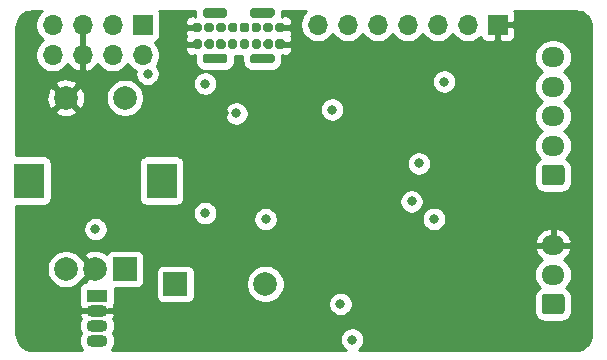
<source format=gbr>
G04 #@! TF.GenerationSoftware,KiCad,Pcbnew,5.1.10-88a1d61d58~90~ubuntu20.04.1*
G04 #@! TF.CreationDate,2021-08-05T14:32:23+02:00*
G04 #@! TF.ProjectId,arlene,61726c65-6e65-42e6-9b69-6361645f7063,v1.00*
G04 #@! TF.SameCoordinates,Original*
G04 #@! TF.FileFunction,Copper,L2,Inr*
G04 #@! TF.FilePolarity,Positive*
%FSLAX46Y46*%
G04 Gerber Fmt 4.6, Leading zero omitted, Abs format (unit mm)*
G04 Created by KiCad (PCBNEW 5.1.10-88a1d61d58~90~ubuntu20.04.1) date 2021-08-05 14:32:23*
%MOMM*%
%LPD*%
G01*
G04 APERTURE LIST*
G04 #@! TA.AperFunction,ComponentPad*
%ADD10O,1.800000X1.070000*%
G04 #@! TD*
G04 #@! TA.AperFunction,ComponentPad*
%ADD11R,1.800000X1.070000*%
G04 #@! TD*
G04 #@! TA.AperFunction,ComponentPad*
%ADD12O,1.950000X1.700000*%
G04 #@! TD*
G04 #@! TA.AperFunction,ComponentPad*
%ADD13C,2.000000*%
G04 #@! TD*
G04 #@! TA.AperFunction,ComponentPad*
%ADD14R,2.500000X3.000000*%
G04 #@! TD*
G04 #@! TA.AperFunction,ComponentPad*
%ADD15R,2.000000X2.000000*%
G04 #@! TD*
G04 #@! TA.AperFunction,ComponentPad*
%ADD16R,1.700000X1.700000*%
G04 #@! TD*
G04 #@! TA.AperFunction,ComponentPad*
%ADD17O,1.700000X1.700000*%
G04 #@! TD*
G04 #@! TA.AperFunction,ViaPad*
%ADD18C,0.800000*%
G04 #@! TD*
G04 #@! TA.AperFunction,ViaPad*
%ADD19C,0.700000*%
G04 #@! TD*
G04 #@! TA.AperFunction,Conductor*
%ADD20C,0.254000*%
G04 #@! TD*
G04 #@! TA.AperFunction,Conductor*
%ADD21C,0.100000*%
G04 #@! TD*
G04 APERTURE END LIST*
G04 #@! TA.AperFunction,ComponentPad*
G36*
G01*
X144580000Y-88640000D02*
X144580000Y-88240000D01*
G75*
G02*
X144780000Y-88040000I200000J0D01*
G01*
X145180000Y-88040000D01*
G75*
G02*
X145380000Y-88240000I0J-200000D01*
G01*
X145380000Y-88640000D01*
G75*
G02*
X145180000Y-88840000I-200000J0D01*
G01*
X144780000Y-88840000D01*
G75*
G02*
X144580000Y-88640000I0J200000D01*
G01*
G37*
G04 #@! TD.AperFunction*
G04 #@! TA.AperFunction,ComponentPad*
G36*
G01*
X145580000Y-88640000D02*
X145580000Y-88240000D01*
G75*
G02*
X145780000Y-88040000I200000J0D01*
G01*
X146180000Y-88040000D01*
G75*
G02*
X146380000Y-88240000I0J-200000D01*
G01*
X146380000Y-88640000D01*
G75*
G02*
X146180000Y-88840000I-200000J0D01*
G01*
X145780000Y-88840000D01*
G75*
G02*
X145580000Y-88640000I0J200000D01*
G01*
G37*
G04 #@! TD.AperFunction*
G04 #@! TA.AperFunction,ComponentPad*
G36*
G01*
X146580000Y-88640000D02*
X146580000Y-88240000D01*
G75*
G02*
X146780000Y-88040000I200000J0D01*
G01*
X147180000Y-88040000D01*
G75*
G02*
X147380000Y-88240000I0J-200000D01*
G01*
X147380000Y-88640000D01*
G75*
G02*
X147180000Y-88840000I-200000J0D01*
G01*
X146780000Y-88840000D01*
G75*
G02*
X146580000Y-88640000I0J200000D01*
G01*
G37*
G04 #@! TD.AperFunction*
G04 #@! TA.AperFunction,ComponentPad*
G36*
G01*
X147580000Y-88640000D02*
X147580000Y-88240000D01*
G75*
G02*
X147780000Y-88040000I200000J0D01*
G01*
X148180000Y-88040000D01*
G75*
G02*
X148380000Y-88240000I0J-200000D01*
G01*
X148380000Y-88640000D01*
G75*
G02*
X148180000Y-88840000I-200000J0D01*
G01*
X147780000Y-88840000D01*
G75*
G02*
X147580000Y-88640000I0J200000D01*
G01*
G37*
G04 #@! TD.AperFunction*
G04 #@! TA.AperFunction,ComponentPad*
G36*
G01*
X143580000Y-88640000D02*
X143580000Y-88240000D01*
G75*
G02*
X143780000Y-88040000I200000J0D01*
G01*
X144180000Y-88040000D01*
G75*
G02*
X144380000Y-88240000I0J-200000D01*
G01*
X144380000Y-88640000D01*
G75*
G02*
X144180000Y-88840000I-200000J0D01*
G01*
X143780000Y-88840000D01*
G75*
G02*
X143580000Y-88640000I0J200000D01*
G01*
G37*
G04 #@! TD.AperFunction*
G04 #@! TA.AperFunction,ComponentPad*
G36*
G01*
X141580000Y-88640000D02*
X141580000Y-88240000D01*
G75*
G02*
X141780000Y-88040000I200000J0D01*
G01*
X142180000Y-88040000D01*
G75*
G02*
X142380000Y-88240000I0J-200000D01*
G01*
X142380000Y-88640000D01*
G75*
G02*
X142180000Y-88840000I-200000J0D01*
G01*
X141780000Y-88840000D01*
G75*
G02*
X141580000Y-88640000I0J200000D01*
G01*
G37*
G04 #@! TD.AperFunction*
G04 #@! TA.AperFunction,ComponentPad*
G36*
G01*
X140580000Y-88640000D02*
X140580000Y-88240000D01*
G75*
G02*
X140780000Y-88040000I200000J0D01*
G01*
X141180000Y-88040000D01*
G75*
G02*
X141380000Y-88240000I0J-200000D01*
G01*
X141380000Y-88640000D01*
G75*
G02*
X141180000Y-88840000I-200000J0D01*
G01*
X140780000Y-88840000D01*
G75*
G02*
X140580000Y-88640000I0J200000D01*
G01*
G37*
G04 #@! TD.AperFunction*
G04 #@! TA.AperFunction,ComponentPad*
G36*
G01*
X140580000Y-87240000D02*
X140580000Y-86840000D01*
G75*
G02*
X140780000Y-86640000I200000J0D01*
G01*
X141180000Y-86640000D01*
G75*
G02*
X141380000Y-86840000I0J-200000D01*
G01*
X141380000Y-87240000D01*
G75*
G02*
X141180000Y-87440000I-200000J0D01*
G01*
X140780000Y-87440000D01*
G75*
G02*
X140580000Y-87240000I0J200000D01*
G01*
G37*
G04 #@! TD.AperFunction*
G04 #@! TA.AperFunction,ComponentPad*
G36*
G01*
X141580000Y-87240000D02*
X141580000Y-86840000D01*
G75*
G02*
X141780000Y-86640000I200000J0D01*
G01*
X142180000Y-86640000D01*
G75*
G02*
X142380000Y-86840000I0J-200000D01*
G01*
X142380000Y-87240000D01*
G75*
G02*
X142180000Y-87440000I-200000J0D01*
G01*
X141780000Y-87440000D01*
G75*
G02*
X141580000Y-87240000I0J200000D01*
G01*
G37*
G04 #@! TD.AperFunction*
G04 #@! TA.AperFunction,ComponentPad*
G36*
G01*
X142580000Y-87240000D02*
X142580000Y-86840000D01*
G75*
G02*
X142780000Y-86640000I200000J0D01*
G01*
X143180000Y-86640000D01*
G75*
G02*
X143380000Y-86840000I0J-200000D01*
G01*
X143380000Y-87240000D01*
G75*
G02*
X143180000Y-87440000I-200000J0D01*
G01*
X142780000Y-87440000D01*
G75*
G02*
X142580000Y-87240000I0J200000D01*
G01*
G37*
G04 #@! TD.AperFunction*
G04 #@! TA.AperFunction,ComponentPad*
G36*
G01*
X143580000Y-87240000D02*
X143580000Y-86840000D01*
G75*
G02*
X143780000Y-86640000I200000J0D01*
G01*
X144180000Y-86640000D01*
G75*
G02*
X144380000Y-86840000I0J-200000D01*
G01*
X144380000Y-87240000D01*
G75*
G02*
X144180000Y-87440000I-200000J0D01*
G01*
X143780000Y-87440000D01*
G75*
G02*
X143580000Y-87240000I0J200000D01*
G01*
G37*
G04 #@! TD.AperFunction*
G04 #@! TA.AperFunction,ComponentPad*
G36*
G01*
X144580000Y-87240000D02*
X144580000Y-86840000D01*
G75*
G02*
X144780000Y-86640000I200000J0D01*
G01*
X145180000Y-86640000D01*
G75*
G02*
X145380000Y-86840000I0J-200000D01*
G01*
X145380000Y-87240000D01*
G75*
G02*
X145180000Y-87440000I-200000J0D01*
G01*
X144780000Y-87440000D01*
G75*
G02*
X144580000Y-87240000I0J200000D01*
G01*
G37*
G04 #@! TD.AperFunction*
G04 #@! TA.AperFunction,ComponentPad*
G36*
G01*
X146580000Y-87240000D02*
X146580000Y-86840000D01*
G75*
G02*
X146780000Y-86640000I200000J0D01*
G01*
X147180000Y-86640000D01*
G75*
G02*
X147380000Y-86840000I0J-200000D01*
G01*
X147380000Y-87240000D01*
G75*
G02*
X147180000Y-87440000I-200000J0D01*
G01*
X146780000Y-87440000D01*
G75*
G02*
X146580000Y-87240000I0J200000D01*
G01*
G37*
G04 #@! TD.AperFunction*
G04 #@! TA.AperFunction,ComponentPad*
G36*
G01*
X147580000Y-87240000D02*
X147580000Y-86840000D01*
G75*
G02*
X147780000Y-86640000I200000J0D01*
G01*
X148180000Y-86640000D01*
G75*
G02*
X148380000Y-86840000I0J-200000D01*
G01*
X148380000Y-87240000D01*
G75*
G02*
X148180000Y-87440000I-200000J0D01*
G01*
X147780000Y-87440000D01*
G75*
G02*
X147580000Y-87240000I0J200000D01*
G01*
G37*
G04 #@! TD.AperFunction*
G04 #@! TA.AperFunction,ComponentPad*
G36*
G01*
X141430000Y-86010000D02*
X141430000Y-85610000D01*
G75*
G02*
X141630000Y-85410000I200000J0D01*
G01*
X143330000Y-85410000D01*
G75*
G02*
X143530000Y-85610000I0J-200000D01*
G01*
X143530000Y-86010000D01*
G75*
G02*
X143330000Y-86210000I-200000J0D01*
G01*
X141630000Y-86210000D01*
G75*
G02*
X141430000Y-86010000I0J200000D01*
G01*
G37*
G04 #@! TD.AperFunction*
G04 #@! TA.AperFunction,ComponentPad*
G36*
G01*
X145430000Y-86010000D02*
X145430000Y-85610000D01*
G75*
G02*
X145630000Y-85410000I200000J0D01*
G01*
X147330000Y-85410000D01*
G75*
G02*
X147530000Y-85610000I0J-200000D01*
G01*
X147530000Y-86010000D01*
G75*
G02*
X147330000Y-86210000I-200000J0D01*
G01*
X145630000Y-86210000D01*
G75*
G02*
X145430000Y-86010000I0J200000D01*
G01*
G37*
G04 #@! TD.AperFunction*
G04 #@! TA.AperFunction,ComponentPad*
G36*
G01*
X145430000Y-89870000D02*
X145430000Y-89470000D01*
G75*
G02*
X145630000Y-89270000I200000J0D01*
G01*
X147330000Y-89270000D01*
G75*
G02*
X147530000Y-89470000I0J-200000D01*
G01*
X147530000Y-89870000D01*
G75*
G02*
X147330000Y-90070000I-200000J0D01*
G01*
X145630000Y-90070000D01*
G75*
G02*
X145430000Y-89870000I0J200000D01*
G01*
G37*
G04 #@! TD.AperFunction*
G04 #@! TA.AperFunction,ComponentPad*
G36*
G01*
X141430000Y-89870000D02*
X141430000Y-89470000D01*
G75*
G02*
X141630000Y-89270000I200000J0D01*
G01*
X143330000Y-89270000D01*
G75*
G02*
X143530000Y-89470000I0J-200000D01*
G01*
X143530000Y-89870000D01*
G75*
G02*
X143330000Y-90070000I-200000J0D01*
G01*
X141630000Y-90070000D01*
G75*
G02*
X141430000Y-89870000I0J200000D01*
G01*
G37*
G04 #@! TD.AperFunction*
G04 #@! TA.AperFunction,ComponentPad*
G36*
G01*
X145580000Y-87240000D02*
X145580000Y-86840000D01*
G75*
G02*
X145780000Y-86640000I200000J0D01*
G01*
X146180000Y-86640000D01*
G75*
G02*
X146380000Y-86840000I0J-200000D01*
G01*
X146380000Y-87240000D01*
G75*
G02*
X146180000Y-87440000I-200000J0D01*
G01*
X145780000Y-87440000D01*
G75*
G02*
X145580000Y-87240000I0J200000D01*
G01*
G37*
G04 #@! TD.AperFunction*
G04 #@! TA.AperFunction,ComponentPad*
G36*
G01*
X142580000Y-88640000D02*
X142580000Y-88240000D01*
G75*
G02*
X142780000Y-88040000I200000J0D01*
G01*
X143180000Y-88040000D01*
G75*
G02*
X143380000Y-88240000I0J-200000D01*
G01*
X143380000Y-88640000D01*
G75*
G02*
X143180000Y-88840000I-200000J0D01*
G01*
X142780000Y-88840000D01*
G75*
G02*
X142580000Y-88640000I0J200000D01*
G01*
G37*
G04 #@! TD.AperFunction*
D10*
X132480000Y-113560000D03*
X132480000Y-112290000D03*
X132480000Y-111020000D03*
D11*
X132480000Y-109750000D03*
G04 #@! TA.AperFunction,ComponentPad*
G36*
G01*
X171825000Y-111310000D02*
X170375000Y-111310000D01*
G75*
G02*
X170125000Y-111060000I0J250000D01*
G01*
X170125000Y-109860000D01*
G75*
G02*
X170375000Y-109610000I250000J0D01*
G01*
X171825000Y-109610000D01*
G75*
G02*
X172075000Y-109860000I0J-250000D01*
G01*
X172075000Y-111060000D01*
G75*
G02*
X171825000Y-111310000I-250000J0D01*
G01*
G37*
G04 #@! TD.AperFunction*
D12*
X171100000Y-107960000D03*
X171100000Y-105460000D03*
G04 #@! TA.AperFunction,ComponentPad*
G36*
G01*
X171825000Y-100390000D02*
X170375000Y-100390000D01*
G75*
G02*
X170125000Y-100140000I0J250000D01*
G01*
X170125000Y-98940000D01*
G75*
G02*
X170375000Y-98690000I250000J0D01*
G01*
X171825000Y-98690000D01*
G75*
G02*
X172075000Y-98940000I0J-250000D01*
G01*
X172075000Y-100140000D01*
G75*
G02*
X171825000Y-100390000I-250000J0D01*
G01*
G37*
G04 #@! TD.AperFunction*
X171100000Y-97040000D03*
X171100000Y-94540000D03*
X171100000Y-92040000D03*
X171100000Y-89540000D03*
D13*
X129850000Y-93000000D03*
X134850000Y-93000000D03*
D14*
X126750000Y-100000000D03*
X137950000Y-100000000D03*
D13*
X129850000Y-107500000D03*
X132350000Y-107500000D03*
D15*
X134850000Y-107500000D03*
X139130000Y-108750000D03*
D13*
X146730000Y-108750000D03*
D16*
X166420000Y-86800000D03*
D17*
X163880000Y-86800000D03*
X161340000Y-86800000D03*
X158790000Y-86800000D03*
X156260000Y-86800000D03*
X153720000Y-86800000D03*
X151180000Y-86800000D03*
D16*
X136350000Y-86820000D03*
D17*
X136350000Y-89360000D03*
X133810000Y-86820000D03*
X133810000Y-89360000D03*
X131270000Y-86820000D03*
X131270000Y-89360000D03*
X128730000Y-86820000D03*
X128730000Y-89360000D03*
D18*
X158255000Y-105670000D03*
X154400000Y-107430000D03*
X154400000Y-108230000D03*
X160410000Y-106640000D03*
X167900000Y-110150000D03*
X167900000Y-110950000D03*
D19*
X163810000Y-111500000D03*
X162860000Y-111500000D03*
X164760000Y-111500000D03*
D18*
X156100000Y-110562500D03*
X150140000Y-113190000D03*
X151190000Y-110450000D03*
X161210000Y-106640000D03*
X161160000Y-97210000D03*
X159900000Y-95435000D03*
X167820000Y-92705000D03*
X161400000Y-90070000D03*
X155740000Y-98760000D03*
X140095000Y-102750000D03*
X126930000Y-93505000D03*
X140095000Y-91800000D03*
X152400000Y-95545000D03*
X142580000Y-99520000D03*
X154150000Y-103450000D03*
X154880000Y-109599998D03*
X146280000Y-100200000D03*
X150150000Y-103270000D03*
X143280000Y-94320000D03*
X148470000Y-95020000D03*
X145520000Y-97250000D03*
X132350000Y-105600000D03*
X138270000Y-90960000D03*
X173000000Y-87000000D03*
X173000000Y-113000000D03*
X127000000Y-113000000D03*
X127000000Y-87000000D03*
X167810000Y-97240000D03*
X161950000Y-113700000D03*
X160060000Y-111500000D03*
X161090000Y-109660000D03*
X157260000Y-111500000D03*
X168120000Y-113700000D03*
X165510000Y-111500000D03*
X162110000Y-111500000D03*
X167870000Y-109060010D03*
X150257660Y-107847660D03*
X132350000Y-104110000D03*
X136770000Y-90960000D03*
X153090000Y-110450000D03*
X146770000Y-103270000D03*
X141645000Y-102750000D03*
X161880000Y-91625000D03*
X154090000Y-113470000D03*
X152400000Y-93995000D03*
X141645000Y-91800000D03*
X161005000Y-103240000D03*
X159735000Y-98550000D03*
X159120000Y-101760000D03*
X144280000Y-94320000D03*
D20*
X127783368Y-85666525D02*
X127576525Y-85873368D01*
X127414010Y-86116589D01*
X127302068Y-86386842D01*
X127245000Y-86673740D01*
X127245000Y-86966260D01*
X127302068Y-87253158D01*
X127414010Y-87523411D01*
X127576525Y-87766632D01*
X127783368Y-87973475D01*
X127957760Y-88090000D01*
X127783368Y-88206525D01*
X127576525Y-88413368D01*
X127414010Y-88656589D01*
X127302068Y-88926842D01*
X127245000Y-89213740D01*
X127245000Y-89506260D01*
X127302068Y-89793158D01*
X127414010Y-90063411D01*
X127576525Y-90306632D01*
X127783368Y-90513475D01*
X128026589Y-90675990D01*
X128296842Y-90787932D01*
X128583740Y-90845000D01*
X128876260Y-90845000D01*
X129163158Y-90787932D01*
X129433411Y-90675990D01*
X129676632Y-90513475D01*
X129883475Y-90306632D01*
X130005195Y-90124466D01*
X130074822Y-90241355D01*
X130269731Y-90457588D01*
X130503080Y-90631641D01*
X130765901Y-90756825D01*
X130913110Y-90801476D01*
X131143000Y-90680155D01*
X131143000Y-89487000D01*
X131123000Y-89487000D01*
X131123000Y-89233000D01*
X131143000Y-89233000D01*
X131143000Y-86947000D01*
X131123000Y-86947000D01*
X131123000Y-86693000D01*
X131143000Y-86693000D01*
X131143000Y-86673000D01*
X131397000Y-86673000D01*
X131397000Y-86693000D01*
X131417000Y-86693000D01*
X131417000Y-86947000D01*
X131397000Y-86947000D01*
X131397000Y-89233000D01*
X131417000Y-89233000D01*
X131417000Y-89487000D01*
X131397000Y-89487000D01*
X131397000Y-90680155D01*
X131626890Y-90801476D01*
X131774099Y-90756825D01*
X132036920Y-90631641D01*
X132270269Y-90457588D01*
X132465178Y-90241355D01*
X132534805Y-90124466D01*
X132656525Y-90306632D01*
X132863368Y-90513475D01*
X133106589Y-90675990D01*
X133376842Y-90787932D01*
X133663740Y-90845000D01*
X133956260Y-90845000D01*
X134243158Y-90787932D01*
X134513411Y-90675990D01*
X134756632Y-90513475D01*
X134963475Y-90306632D01*
X135080000Y-90132240D01*
X135196525Y-90306632D01*
X135403368Y-90513475D01*
X135646589Y-90675990D01*
X135761729Y-90723682D01*
X135735000Y-90858061D01*
X135735000Y-91061939D01*
X135774774Y-91261898D01*
X135852795Y-91450256D01*
X135966063Y-91619774D01*
X136110226Y-91763937D01*
X136279744Y-91877205D01*
X136468102Y-91955226D01*
X136668061Y-91995000D01*
X136871939Y-91995000D01*
X137071898Y-91955226D01*
X137260256Y-91877205D01*
X137429774Y-91763937D01*
X137495650Y-91698061D01*
X140610000Y-91698061D01*
X140610000Y-91901939D01*
X140649774Y-92101898D01*
X140727795Y-92290256D01*
X140841063Y-92459774D01*
X140985226Y-92603937D01*
X141154744Y-92717205D01*
X141343102Y-92795226D01*
X141543061Y-92835000D01*
X141746939Y-92835000D01*
X141946898Y-92795226D01*
X142135256Y-92717205D01*
X142304774Y-92603937D01*
X142448937Y-92459774D01*
X142562205Y-92290256D01*
X142640226Y-92101898D01*
X142680000Y-91901939D01*
X142680000Y-91698061D01*
X142645191Y-91523061D01*
X160845000Y-91523061D01*
X160845000Y-91726939D01*
X160884774Y-91926898D01*
X160962795Y-92115256D01*
X161076063Y-92284774D01*
X161220226Y-92428937D01*
X161389744Y-92542205D01*
X161578102Y-92620226D01*
X161778061Y-92660000D01*
X161981939Y-92660000D01*
X162181898Y-92620226D01*
X162370256Y-92542205D01*
X162539774Y-92428937D01*
X162683937Y-92284774D01*
X162797205Y-92115256D01*
X162875226Y-91926898D01*
X162915000Y-91726939D01*
X162915000Y-91523061D01*
X162875226Y-91323102D01*
X162797205Y-91134744D01*
X162683937Y-90965226D01*
X162539774Y-90821063D01*
X162370256Y-90707795D01*
X162181898Y-90629774D01*
X161981939Y-90590000D01*
X161778061Y-90590000D01*
X161578102Y-90629774D01*
X161389744Y-90707795D01*
X161220226Y-90821063D01*
X161076063Y-90965226D01*
X160962795Y-91134744D01*
X160884774Y-91323102D01*
X160845000Y-91523061D01*
X142645191Y-91523061D01*
X142640226Y-91498102D01*
X142562205Y-91309744D01*
X142448937Y-91140226D01*
X142304774Y-90996063D01*
X142135256Y-90882795D01*
X141946898Y-90804774D01*
X141746939Y-90765000D01*
X141543061Y-90765000D01*
X141343102Y-90804774D01*
X141154744Y-90882795D01*
X140985226Y-90996063D01*
X140841063Y-91140226D01*
X140727795Y-91309744D01*
X140649774Y-91498102D01*
X140610000Y-91698061D01*
X137495650Y-91698061D01*
X137573937Y-91619774D01*
X137687205Y-91450256D01*
X137765226Y-91261898D01*
X137805000Y-91061939D01*
X137805000Y-90858061D01*
X137765226Y-90658102D01*
X137687205Y-90469744D01*
X137573937Y-90300226D01*
X137534264Y-90260553D01*
X137665990Y-90063411D01*
X137777932Y-89793158D01*
X137835000Y-89506260D01*
X137835000Y-89213740D01*
X137777932Y-88926842D01*
X137665990Y-88656589D01*
X137503475Y-88413368D01*
X137371620Y-88281513D01*
X137444180Y-88259502D01*
X137554494Y-88200537D01*
X137651185Y-88121185D01*
X137730537Y-88024494D01*
X137789502Y-87914180D01*
X137825812Y-87794482D01*
X137838072Y-87670000D01*
X137838072Y-85970000D01*
X137825812Y-85845518D01*
X137789502Y-85725820D01*
X137754320Y-85660000D01*
X140791928Y-85660000D01*
X140791928Y-86010000D01*
X140802053Y-86112803D01*
X140694250Y-86005000D01*
X140580000Y-86001928D01*
X140455518Y-86014188D01*
X140335820Y-86050498D01*
X140225506Y-86109463D01*
X140128815Y-86188815D01*
X140049463Y-86285506D01*
X139990498Y-86395820D01*
X139954188Y-86515518D01*
X139941928Y-86640000D01*
X139945000Y-86754250D01*
X140103750Y-86913000D01*
X140853000Y-86913000D01*
X140853000Y-86893000D01*
X140941928Y-86893000D01*
X140941928Y-87187000D01*
X140853000Y-87187000D01*
X140853000Y-87167000D01*
X140103750Y-87167000D01*
X139945000Y-87325750D01*
X139941928Y-87440000D01*
X139954188Y-87564482D01*
X139990498Y-87684180D01*
X140020335Y-87740000D01*
X139990498Y-87795820D01*
X139954188Y-87915518D01*
X139941928Y-88040000D01*
X139945000Y-88154250D01*
X140103750Y-88313000D01*
X140853000Y-88313000D01*
X140853000Y-88293000D01*
X140941928Y-88293000D01*
X140941928Y-88587000D01*
X140853000Y-88587000D01*
X140853000Y-88567000D01*
X140103750Y-88567000D01*
X139945000Y-88725750D01*
X139941928Y-88840000D01*
X139954188Y-88964482D01*
X139990498Y-89084180D01*
X140049463Y-89194494D01*
X140128815Y-89291185D01*
X140225506Y-89370537D01*
X140335820Y-89429502D01*
X140455518Y-89465812D01*
X140580000Y-89478072D01*
X140694250Y-89475000D01*
X140802053Y-89367197D01*
X140791928Y-89470000D01*
X140791928Y-89870000D01*
X140808031Y-90033500D01*
X140855722Y-90190716D01*
X140933169Y-90335608D01*
X141037394Y-90462606D01*
X141164392Y-90566831D01*
X141309284Y-90644278D01*
X141466500Y-90691969D01*
X141630000Y-90708072D01*
X143330000Y-90708072D01*
X143493500Y-90691969D01*
X143650716Y-90644278D01*
X143795608Y-90566831D01*
X143922606Y-90462606D01*
X144026831Y-90335608D01*
X144104278Y-90190716D01*
X144151969Y-90033500D01*
X144168072Y-89870000D01*
X144168072Y-89478072D01*
X144180000Y-89478072D01*
X144343500Y-89461969D01*
X144480000Y-89420562D01*
X144616500Y-89461969D01*
X144780000Y-89478072D01*
X144791928Y-89478072D01*
X144791928Y-89870000D01*
X144808031Y-90033500D01*
X144855722Y-90190716D01*
X144933169Y-90335608D01*
X145037394Y-90462606D01*
X145164392Y-90566831D01*
X145309284Y-90644278D01*
X145466500Y-90691969D01*
X145630000Y-90708072D01*
X147330000Y-90708072D01*
X147493500Y-90691969D01*
X147650716Y-90644278D01*
X147795608Y-90566831D01*
X147922606Y-90462606D01*
X148026831Y-90335608D01*
X148104278Y-90190716D01*
X148151969Y-90033500D01*
X148168072Y-89870000D01*
X148168072Y-89540000D01*
X169482815Y-89540000D01*
X169511487Y-89831111D01*
X169596401Y-90111034D01*
X169734294Y-90369014D01*
X169919866Y-90595134D01*
X170145986Y-90780706D01*
X170163374Y-90790000D01*
X170145986Y-90799294D01*
X169919866Y-90984866D01*
X169734294Y-91210986D01*
X169596401Y-91468966D01*
X169511487Y-91748889D01*
X169482815Y-92040000D01*
X169511487Y-92331111D01*
X169596401Y-92611034D01*
X169734294Y-92869014D01*
X169919866Y-93095134D01*
X170145986Y-93280706D01*
X170163374Y-93290000D01*
X170145986Y-93299294D01*
X169919866Y-93484866D01*
X169734294Y-93710986D01*
X169596401Y-93968966D01*
X169511487Y-94248889D01*
X169482815Y-94540000D01*
X169511487Y-94831111D01*
X169596401Y-95111034D01*
X169734294Y-95369014D01*
X169919866Y-95595134D01*
X170145986Y-95780706D01*
X170163374Y-95790000D01*
X170145986Y-95799294D01*
X169919866Y-95984866D01*
X169734294Y-96210986D01*
X169596401Y-96468966D01*
X169511487Y-96748889D01*
X169482815Y-97040000D01*
X169511487Y-97331111D01*
X169596401Y-97611034D01*
X169734294Y-97869014D01*
X169919866Y-98095134D01*
X169983337Y-98147223D01*
X169881614Y-98201595D01*
X169747038Y-98312038D01*
X169636595Y-98446614D01*
X169554528Y-98600150D01*
X169503992Y-98766746D01*
X169486928Y-98940000D01*
X169486928Y-100140000D01*
X169503992Y-100313254D01*
X169554528Y-100479850D01*
X169636595Y-100633386D01*
X169747038Y-100767962D01*
X169881614Y-100878405D01*
X170035150Y-100960472D01*
X170201746Y-101011008D01*
X170375000Y-101028072D01*
X171825000Y-101028072D01*
X171998254Y-101011008D01*
X172164850Y-100960472D01*
X172318386Y-100878405D01*
X172452962Y-100767962D01*
X172563405Y-100633386D01*
X172645472Y-100479850D01*
X172696008Y-100313254D01*
X172713072Y-100140000D01*
X172713072Y-98940000D01*
X172696008Y-98766746D01*
X172645472Y-98600150D01*
X172563405Y-98446614D01*
X172452962Y-98312038D01*
X172318386Y-98201595D01*
X172216663Y-98147223D01*
X172280134Y-98095134D01*
X172465706Y-97869014D01*
X172603599Y-97611034D01*
X172688513Y-97331111D01*
X172717185Y-97040000D01*
X172688513Y-96748889D01*
X172603599Y-96468966D01*
X172465706Y-96210986D01*
X172280134Y-95984866D01*
X172054014Y-95799294D01*
X172036626Y-95790000D01*
X172054014Y-95780706D01*
X172280134Y-95595134D01*
X172465706Y-95369014D01*
X172603599Y-95111034D01*
X172688513Y-94831111D01*
X172717185Y-94540000D01*
X172688513Y-94248889D01*
X172603599Y-93968966D01*
X172465706Y-93710986D01*
X172280134Y-93484866D01*
X172054014Y-93299294D01*
X172036626Y-93290000D01*
X172054014Y-93280706D01*
X172280134Y-93095134D01*
X172465706Y-92869014D01*
X172603599Y-92611034D01*
X172688513Y-92331111D01*
X172717185Y-92040000D01*
X172688513Y-91748889D01*
X172603599Y-91468966D01*
X172465706Y-91210986D01*
X172280134Y-90984866D01*
X172054014Y-90799294D01*
X172036626Y-90790000D01*
X172054014Y-90780706D01*
X172280134Y-90595134D01*
X172465706Y-90369014D01*
X172603599Y-90111034D01*
X172688513Y-89831111D01*
X172717185Y-89540000D01*
X172688513Y-89248889D01*
X172603599Y-88968966D01*
X172465706Y-88710986D01*
X172280134Y-88484866D01*
X172054014Y-88299294D01*
X171796034Y-88161401D01*
X171516111Y-88076487D01*
X171297950Y-88055000D01*
X170902050Y-88055000D01*
X170683889Y-88076487D01*
X170403966Y-88161401D01*
X170145986Y-88299294D01*
X169919866Y-88484866D01*
X169734294Y-88710986D01*
X169596401Y-88968966D01*
X169511487Y-89248889D01*
X169482815Y-89540000D01*
X148168072Y-89540000D01*
X148168072Y-89470000D01*
X148157947Y-89367197D01*
X148265750Y-89475000D01*
X148380000Y-89478072D01*
X148504482Y-89465812D01*
X148624180Y-89429502D01*
X148734494Y-89370537D01*
X148831185Y-89291185D01*
X148910537Y-89194494D01*
X148969502Y-89084180D01*
X149005812Y-88964482D01*
X149018072Y-88840000D01*
X149015000Y-88725750D01*
X148856250Y-88567000D01*
X148107000Y-88567000D01*
X148107000Y-88587000D01*
X148018072Y-88587000D01*
X148018072Y-88293000D01*
X148107000Y-88293000D01*
X148107000Y-88313000D01*
X148856250Y-88313000D01*
X149015000Y-88154250D01*
X149018072Y-88040000D01*
X149005812Y-87915518D01*
X148969502Y-87795820D01*
X148939665Y-87740000D01*
X148969502Y-87684180D01*
X149005812Y-87564482D01*
X149018072Y-87440000D01*
X149015000Y-87325750D01*
X148856250Y-87167000D01*
X148107000Y-87167000D01*
X148107000Y-87187000D01*
X148018072Y-87187000D01*
X148018072Y-86893000D01*
X148107000Y-86893000D01*
X148107000Y-86913000D01*
X148856250Y-86913000D01*
X149015000Y-86754250D01*
X149018072Y-86640000D01*
X149005812Y-86515518D01*
X148969502Y-86395820D01*
X148910537Y-86285506D01*
X148831185Y-86188815D01*
X148734494Y-86109463D01*
X148624180Y-86050498D01*
X148504482Y-86014188D01*
X148380000Y-86001928D01*
X148265750Y-86005000D01*
X148157947Y-86112803D01*
X148168072Y-86010000D01*
X148168072Y-85660000D01*
X150219893Y-85660000D01*
X150026525Y-85853368D01*
X149864010Y-86096589D01*
X149752068Y-86366842D01*
X149695000Y-86653740D01*
X149695000Y-86946260D01*
X149752068Y-87233158D01*
X149864010Y-87503411D01*
X150026525Y-87746632D01*
X150233368Y-87953475D01*
X150476589Y-88115990D01*
X150746842Y-88227932D01*
X151033740Y-88285000D01*
X151326260Y-88285000D01*
X151613158Y-88227932D01*
X151883411Y-88115990D01*
X152126632Y-87953475D01*
X152333475Y-87746632D01*
X152450000Y-87572240D01*
X152566525Y-87746632D01*
X152773368Y-87953475D01*
X153016589Y-88115990D01*
X153286842Y-88227932D01*
X153573740Y-88285000D01*
X153866260Y-88285000D01*
X154153158Y-88227932D01*
X154423411Y-88115990D01*
X154666632Y-87953475D01*
X154873475Y-87746632D01*
X154990000Y-87572240D01*
X155106525Y-87746632D01*
X155313368Y-87953475D01*
X155556589Y-88115990D01*
X155826842Y-88227932D01*
X156113740Y-88285000D01*
X156406260Y-88285000D01*
X156693158Y-88227932D01*
X156963411Y-88115990D01*
X157206632Y-87953475D01*
X157413475Y-87746632D01*
X157525000Y-87579723D01*
X157636525Y-87746632D01*
X157843368Y-87953475D01*
X158086589Y-88115990D01*
X158356842Y-88227932D01*
X158643740Y-88285000D01*
X158936260Y-88285000D01*
X159223158Y-88227932D01*
X159493411Y-88115990D01*
X159736632Y-87953475D01*
X159943475Y-87746632D01*
X160065000Y-87564757D01*
X160186525Y-87746632D01*
X160393368Y-87953475D01*
X160636589Y-88115990D01*
X160906842Y-88227932D01*
X161193740Y-88285000D01*
X161486260Y-88285000D01*
X161773158Y-88227932D01*
X162043411Y-88115990D01*
X162286632Y-87953475D01*
X162493475Y-87746632D01*
X162610000Y-87572240D01*
X162726525Y-87746632D01*
X162933368Y-87953475D01*
X163176589Y-88115990D01*
X163446842Y-88227932D01*
X163733740Y-88285000D01*
X164026260Y-88285000D01*
X164313158Y-88227932D01*
X164583411Y-88115990D01*
X164826632Y-87953475D01*
X164958487Y-87821620D01*
X164980498Y-87894180D01*
X165039463Y-88004494D01*
X165118815Y-88101185D01*
X165215506Y-88180537D01*
X165325820Y-88239502D01*
X165445518Y-88275812D01*
X165570000Y-88288072D01*
X166134250Y-88285000D01*
X166293000Y-88126250D01*
X166293000Y-86927000D01*
X166547000Y-86927000D01*
X166547000Y-88126250D01*
X166705750Y-88285000D01*
X167270000Y-88288072D01*
X167394482Y-88275812D01*
X167514180Y-88239502D01*
X167624494Y-88180537D01*
X167721185Y-88101185D01*
X167800537Y-88004494D01*
X167859502Y-87894180D01*
X167895812Y-87774482D01*
X167908072Y-87650000D01*
X167905000Y-87085750D01*
X167746250Y-86927000D01*
X166547000Y-86927000D01*
X166293000Y-86927000D01*
X166273000Y-86927000D01*
X166273000Y-86673000D01*
X166293000Y-86673000D01*
X166293000Y-86653000D01*
X166547000Y-86653000D01*
X166547000Y-86673000D01*
X167746250Y-86673000D01*
X167905000Y-86514250D01*
X167908072Y-85950000D01*
X167895812Y-85825518D01*
X167859502Y-85705820D01*
X167835010Y-85660000D01*
X172967721Y-85660000D01*
X173259659Y-85688625D01*
X173509429Y-85764035D01*
X173739792Y-85886522D01*
X173941980Y-86051422D01*
X174108286Y-86252450D01*
X174232378Y-86481954D01*
X174309531Y-86731195D01*
X174340000Y-87021089D01*
X174340001Y-112967711D01*
X174311375Y-113259660D01*
X174235965Y-113509429D01*
X174113477Y-113739794D01*
X173948579Y-113941979D01*
X173747546Y-114108288D01*
X173518046Y-114232378D01*
X173268805Y-114309531D01*
X172978911Y-114340000D01*
X154650903Y-114340000D01*
X154749774Y-114273937D01*
X154893937Y-114129774D01*
X155007205Y-113960256D01*
X155085226Y-113771898D01*
X155125000Y-113571939D01*
X155125000Y-113368061D01*
X155085226Y-113168102D01*
X155007205Y-112979744D01*
X154893937Y-112810226D01*
X154749774Y-112666063D01*
X154580256Y-112552795D01*
X154391898Y-112474774D01*
X154191939Y-112435000D01*
X153988061Y-112435000D01*
X153788102Y-112474774D01*
X153599744Y-112552795D01*
X153430226Y-112666063D01*
X153286063Y-112810226D01*
X153172795Y-112979744D01*
X153094774Y-113168102D01*
X153055000Y-113368061D01*
X153055000Y-113571939D01*
X153094774Y-113771898D01*
X153172795Y-113960256D01*
X153286063Y-114129774D01*
X153430226Y-114273937D01*
X153529097Y-114340000D01*
X133718433Y-114340000D01*
X133822526Y-114213162D01*
X133931169Y-114009906D01*
X133998071Y-113789360D01*
X134020661Y-113560000D01*
X133998071Y-113330640D01*
X133931169Y-113110094D01*
X133832234Y-112925000D01*
X133931169Y-112739906D01*
X133998071Y-112519360D01*
X134020661Y-112290000D01*
X133998071Y-112060640D01*
X133931169Y-111840094D01*
X133830846Y-111652404D01*
X133888377Y-111564421D01*
X133973900Y-111327383D01*
X133848244Y-111147000D01*
X133107560Y-111147000D01*
X133074360Y-111136929D01*
X132902477Y-111120000D01*
X132057523Y-111120000D01*
X131885640Y-111136929D01*
X131852440Y-111147000D01*
X131111756Y-111147000D01*
X130986100Y-111327383D01*
X131071623Y-111564421D01*
X131129154Y-111652404D01*
X131028831Y-111840094D01*
X130961929Y-112060640D01*
X130939339Y-112290000D01*
X130961929Y-112519360D01*
X131028831Y-112739906D01*
X131127766Y-112925000D01*
X131028831Y-113110094D01*
X130961929Y-113330640D01*
X130939339Y-113560000D01*
X130961929Y-113789360D01*
X131028831Y-114009906D01*
X131137474Y-114213162D01*
X131241567Y-114340000D01*
X127032279Y-114340000D01*
X126740340Y-114311375D01*
X126490571Y-114235965D01*
X126260206Y-114113477D01*
X126058021Y-113948579D01*
X125891712Y-113747546D01*
X125767622Y-113518046D01*
X125690469Y-113268805D01*
X125660000Y-112978911D01*
X125660000Y-109215000D01*
X130941928Y-109215000D01*
X130941928Y-110285000D01*
X130954188Y-110409482D01*
X130990498Y-110529180D01*
X131027385Y-110598190D01*
X130986100Y-110712617D01*
X131111756Y-110893000D01*
X131396800Y-110893000D01*
X131455518Y-110910812D01*
X131580000Y-110923072D01*
X133380000Y-110923072D01*
X133504482Y-110910812D01*
X133563200Y-110893000D01*
X133848244Y-110893000D01*
X133973900Y-110712617D01*
X133932615Y-110598190D01*
X133969502Y-110529180D01*
X134005812Y-110409482D01*
X134018072Y-110285000D01*
X134018072Y-109215000D01*
X134010496Y-109138072D01*
X135850000Y-109138072D01*
X135974482Y-109125812D01*
X136094180Y-109089502D01*
X136204494Y-109030537D01*
X136301185Y-108951185D01*
X136380537Y-108854494D01*
X136439502Y-108744180D01*
X136475812Y-108624482D01*
X136488072Y-108500000D01*
X136488072Y-107750000D01*
X137491928Y-107750000D01*
X137491928Y-109750000D01*
X137504188Y-109874482D01*
X137540498Y-109994180D01*
X137599463Y-110104494D01*
X137678815Y-110201185D01*
X137775506Y-110280537D01*
X137885820Y-110339502D01*
X138005518Y-110375812D01*
X138130000Y-110388072D01*
X140130000Y-110388072D01*
X140254482Y-110375812D01*
X140374180Y-110339502D01*
X140484494Y-110280537D01*
X140581185Y-110201185D01*
X140660537Y-110104494D01*
X140719502Y-109994180D01*
X140755812Y-109874482D01*
X140768072Y-109750000D01*
X140768072Y-108588967D01*
X145095000Y-108588967D01*
X145095000Y-108911033D01*
X145157832Y-109226912D01*
X145281082Y-109524463D01*
X145460013Y-109792252D01*
X145687748Y-110019987D01*
X145955537Y-110198918D01*
X146253088Y-110322168D01*
X146568967Y-110385000D01*
X146891033Y-110385000D01*
X147076738Y-110348061D01*
X152055000Y-110348061D01*
X152055000Y-110551939D01*
X152094774Y-110751898D01*
X152172795Y-110940256D01*
X152286063Y-111109774D01*
X152430226Y-111253937D01*
X152599744Y-111367205D01*
X152788102Y-111445226D01*
X152988061Y-111485000D01*
X153191939Y-111485000D01*
X153391898Y-111445226D01*
X153580256Y-111367205D01*
X153749774Y-111253937D01*
X153893937Y-111109774D01*
X154007205Y-110940256D01*
X154085226Y-110751898D01*
X154125000Y-110551939D01*
X154125000Y-110348061D01*
X154085226Y-110148102D01*
X154007205Y-109959744D01*
X153893937Y-109790226D01*
X153749774Y-109646063D01*
X153580256Y-109532795D01*
X153391898Y-109454774D01*
X153191939Y-109415000D01*
X152988061Y-109415000D01*
X152788102Y-109454774D01*
X152599744Y-109532795D01*
X152430226Y-109646063D01*
X152286063Y-109790226D01*
X152172795Y-109959744D01*
X152094774Y-110148102D01*
X152055000Y-110348061D01*
X147076738Y-110348061D01*
X147206912Y-110322168D01*
X147504463Y-110198918D01*
X147772252Y-110019987D01*
X147999987Y-109792252D01*
X148178918Y-109524463D01*
X148302168Y-109226912D01*
X148365000Y-108911033D01*
X148365000Y-108588967D01*
X148302168Y-108273088D01*
X148178918Y-107975537D01*
X148168537Y-107960000D01*
X169482815Y-107960000D01*
X169511487Y-108251111D01*
X169596401Y-108531034D01*
X169734294Y-108789014D01*
X169919866Y-109015134D01*
X169983337Y-109067223D01*
X169881614Y-109121595D01*
X169747038Y-109232038D01*
X169636595Y-109366614D01*
X169554528Y-109520150D01*
X169503992Y-109686746D01*
X169486928Y-109860000D01*
X169486928Y-111060000D01*
X169503992Y-111233254D01*
X169554528Y-111399850D01*
X169636595Y-111553386D01*
X169747038Y-111687962D01*
X169881614Y-111798405D01*
X170035150Y-111880472D01*
X170201746Y-111931008D01*
X170375000Y-111948072D01*
X171825000Y-111948072D01*
X171998254Y-111931008D01*
X172164850Y-111880472D01*
X172318386Y-111798405D01*
X172452962Y-111687962D01*
X172563405Y-111553386D01*
X172645472Y-111399850D01*
X172696008Y-111233254D01*
X172713072Y-111060000D01*
X172713072Y-109860000D01*
X172696008Y-109686746D01*
X172645472Y-109520150D01*
X172563405Y-109366614D01*
X172452962Y-109232038D01*
X172318386Y-109121595D01*
X172216663Y-109067223D01*
X172280134Y-109015134D01*
X172465706Y-108789014D01*
X172603599Y-108531034D01*
X172688513Y-108251111D01*
X172717185Y-107960000D01*
X172688513Y-107668889D01*
X172603599Y-107388966D01*
X172465706Y-107130986D01*
X172280134Y-106904866D01*
X172054014Y-106719294D01*
X172028278Y-106705538D01*
X172234429Y-106549049D01*
X172427496Y-106331193D01*
X172574352Y-106079858D01*
X172666476Y-105816890D01*
X172545155Y-105587000D01*
X171227000Y-105587000D01*
X171227000Y-105607000D01*
X170973000Y-105607000D01*
X170973000Y-105587000D01*
X169654845Y-105587000D01*
X169533524Y-105816890D01*
X169625648Y-106079858D01*
X169772504Y-106331193D01*
X169965571Y-106549049D01*
X170171722Y-106705538D01*
X170145986Y-106719294D01*
X169919866Y-106904866D01*
X169734294Y-107130986D01*
X169596401Y-107388966D01*
X169511487Y-107668889D01*
X169482815Y-107960000D01*
X148168537Y-107960000D01*
X147999987Y-107707748D01*
X147772252Y-107480013D01*
X147504463Y-107301082D01*
X147206912Y-107177832D01*
X146891033Y-107115000D01*
X146568967Y-107115000D01*
X146253088Y-107177832D01*
X145955537Y-107301082D01*
X145687748Y-107480013D01*
X145460013Y-107707748D01*
X145281082Y-107975537D01*
X145157832Y-108273088D01*
X145095000Y-108588967D01*
X140768072Y-108588967D01*
X140768072Y-107750000D01*
X140755812Y-107625518D01*
X140719502Y-107505820D01*
X140660537Y-107395506D01*
X140581185Y-107298815D01*
X140484494Y-107219463D01*
X140374180Y-107160498D01*
X140254482Y-107124188D01*
X140130000Y-107111928D01*
X138130000Y-107111928D01*
X138005518Y-107124188D01*
X137885820Y-107160498D01*
X137775506Y-107219463D01*
X137678815Y-107298815D01*
X137599463Y-107395506D01*
X137540498Y-107505820D01*
X137504188Y-107625518D01*
X137491928Y-107750000D01*
X136488072Y-107750000D01*
X136488072Y-106500000D01*
X136475812Y-106375518D01*
X136439502Y-106255820D01*
X136380537Y-106145506D01*
X136301185Y-106048815D01*
X136204494Y-105969463D01*
X136094180Y-105910498D01*
X135974482Y-105874188D01*
X135850000Y-105861928D01*
X133850000Y-105861928D01*
X133725518Y-105874188D01*
X133605820Y-105910498D01*
X133495506Y-105969463D01*
X133398815Y-106048815D01*
X133319463Y-106145506D01*
X133264024Y-106249223D01*
X133210044Y-106100186D01*
X132920429Y-105959296D01*
X132608892Y-105877616D01*
X132287405Y-105858282D01*
X131968325Y-105902039D01*
X131663912Y-106007205D01*
X131489956Y-106100186D01*
X131394192Y-106364587D01*
X132350000Y-107320395D01*
X132364143Y-107306253D01*
X132543748Y-107485858D01*
X132529605Y-107500000D01*
X132543748Y-107514143D01*
X132364143Y-107693748D01*
X132350000Y-107679605D01*
X131433842Y-108595763D01*
X131335820Y-108625498D01*
X131225506Y-108684463D01*
X131128815Y-108763815D01*
X131049463Y-108860506D01*
X130990498Y-108970820D01*
X130954188Y-109090518D01*
X130941928Y-109215000D01*
X125660000Y-109215000D01*
X125660000Y-107338967D01*
X128215000Y-107338967D01*
X128215000Y-107661033D01*
X128277832Y-107976912D01*
X128401082Y-108274463D01*
X128580013Y-108542252D01*
X128807748Y-108769987D01*
X129075537Y-108948918D01*
X129373088Y-109072168D01*
X129688967Y-109135000D01*
X130011033Y-109135000D01*
X130326912Y-109072168D01*
X130624463Y-108948918D01*
X130892252Y-108769987D01*
X131119987Y-108542252D01*
X131184925Y-108445065D01*
X131214587Y-108455808D01*
X132170395Y-107500000D01*
X131214587Y-106544192D01*
X131184925Y-106554935D01*
X131119987Y-106457748D01*
X130892252Y-106230013D01*
X130624463Y-106051082D01*
X130326912Y-105927832D01*
X130011033Y-105865000D01*
X129688967Y-105865000D01*
X129373088Y-105927832D01*
X129075537Y-106051082D01*
X128807748Y-106230013D01*
X128580013Y-106457748D01*
X128401082Y-106725537D01*
X128277832Y-107023088D01*
X128215000Y-107338967D01*
X125660000Y-107338967D01*
X125660000Y-104008061D01*
X131315000Y-104008061D01*
X131315000Y-104211939D01*
X131354774Y-104411898D01*
X131432795Y-104600256D01*
X131546063Y-104769774D01*
X131690226Y-104913937D01*
X131859744Y-105027205D01*
X132048102Y-105105226D01*
X132248061Y-105145000D01*
X132451939Y-105145000D01*
X132651898Y-105105226D01*
X132657006Y-105103110D01*
X169533524Y-105103110D01*
X169654845Y-105333000D01*
X170973000Y-105333000D01*
X170973000Y-104133835D01*
X171227000Y-104133835D01*
X171227000Y-105333000D01*
X172545155Y-105333000D01*
X172666476Y-105103110D01*
X172574352Y-104840142D01*
X172427496Y-104588807D01*
X172234429Y-104370951D01*
X172002570Y-104194947D01*
X171740830Y-104067558D01*
X171459267Y-103993680D01*
X171227000Y-104133835D01*
X170973000Y-104133835D01*
X170740733Y-103993680D01*
X170459170Y-104067558D01*
X170197430Y-104194947D01*
X169965571Y-104370951D01*
X169772504Y-104588807D01*
X169625648Y-104840142D01*
X169533524Y-105103110D01*
X132657006Y-105103110D01*
X132840256Y-105027205D01*
X133009774Y-104913937D01*
X133153937Y-104769774D01*
X133267205Y-104600256D01*
X133345226Y-104411898D01*
X133385000Y-104211939D01*
X133385000Y-104008061D01*
X133345226Y-103808102D01*
X133267205Y-103619744D01*
X133153937Y-103450226D01*
X133009774Y-103306063D01*
X132840256Y-103192795D01*
X132651898Y-103114774D01*
X132451939Y-103075000D01*
X132248061Y-103075000D01*
X132048102Y-103114774D01*
X131859744Y-103192795D01*
X131690226Y-103306063D01*
X131546063Y-103450226D01*
X131432795Y-103619744D01*
X131354774Y-103808102D01*
X131315000Y-104008061D01*
X125660000Y-104008061D01*
X125660000Y-102648061D01*
X140610000Y-102648061D01*
X140610000Y-102851939D01*
X140649774Y-103051898D01*
X140727795Y-103240256D01*
X140841063Y-103409774D01*
X140985226Y-103553937D01*
X141154744Y-103667205D01*
X141343102Y-103745226D01*
X141543061Y-103785000D01*
X141746939Y-103785000D01*
X141946898Y-103745226D01*
X142135256Y-103667205D01*
X142304774Y-103553937D01*
X142448937Y-103409774D01*
X142562205Y-103240256D01*
X142592109Y-103168061D01*
X145735000Y-103168061D01*
X145735000Y-103371939D01*
X145774774Y-103571898D01*
X145852795Y-103760256D01*
X145966063Y-103929774D01*
X146110226Y-104073937D01*
X146279744Y-104187205D01*
X146468102Y-104265226D01*
X146668061Y-104305000D01*
X146871939Y-104305000D01*
X147071898Y-104265226D01*
X147260256Y-104187205D01*
X147429774Y-104073937D01*
X147573937Y-103929774D01*
X147687205Y-103760256D01*
X147765226Y-103571898D01*
X147805000Y-103371939D01*
X147805000Y-103168061D01*
X147799033Y-103138061D01*
X159970000Y-103138061D01*
X159970000Y-103341939D01*
X160009774Y-103541898D01*
X160087795Y-103730256D01*
X160201063Y-103899774D01*
X160345226Y-104043937D01*
X160514744Y-104157205D01*
X160703102Y-104235226D01*
X160903061Y-104275000D01*
X161106939Y-104275000D01*
X161306898Y-104235226D01*
X161495256Y-104157205D01*
X161664774Y-104043937D01*
X161808937Y-103899774D01*
X161922205Y-103730256D01*
X162000226Y-103541898D01*
X162040000Y-103341939D01*
X162040000Y-103138061D01*
X162000226Y-102938102D01*
X161922205Y-102749744D01*
X161808937Y-102580226D01*
X161664774Y-102436063D01*
X161495256Y-102322795D01*
X161306898Y-102244774D01*
X161106939Y-102205000D01*
X160903061Y-102205000D01*
X160703102Y-102244774D01*
X160514744Y-102322795D01*
X160345226Y-102436063D01*
X160201063Y-102580226D01*
X160087795Y-102749744D01*
X160009774Y-102938102D01*
X159970000Y-103138061D01*
X147799033Y-103138061D01*
X147765226Y-102968102D01*
X147687205Y-102779744D01*
X147573937Y-102610226D01*
X147429774Y-102466063D01*
X147260256Y-102352795D01*
X147071898Y-102274774D01*
X146871939Y-102235000D01*
X146668061Y-102235000D01*
X146468102Y-102274774D01*
X146279744Y-102352795D01*
X146110226Y-102466063D01*
X145966063Y-102610226D01*
X145852795Y-102779744D01*
X145774774Y-102968102D01*
X145735000Y-103168061D01*
X142592109Y-103168061D01*
X142640226Y-103051898D01*
X142680000Y-102851939D01*
X142680000Y-102648061D01*
X142640226Y-102448102D01*
X142562205Y-102259744D01*
X142448937Y-102090226D01*
X142304774Y-101946063D01*
X142135256Y-101832795D01*
X141946898Y-101754774D01*
X141746939Y-101715000D01*
X141543061Y-101715000D01*
X141343102Y-101754774D01*
X141154744Y-101832795D01*
X140985226Y-101946063D01*
X140841063Y-102090226D01*
X140727795Y-102259744D01*
X140649774Y-102448102D01*
X140610000Y-102648061D01*
X125660000Y-102648061D01*
X125660000Y-102138072D01*
X128000000Y-102138072D01*
X128124482Y-102125812D01*
X128244180Y-102089502D01*
X128354494Y-102030537D01*
X128451185Y-101951185D01*
X128530537Y-101854494D01*
X128589502Y-101744180D01*
X128625812Y-101624482D01*
X128638072Y-101500000D01*
X128638072Y-98500000D01*
X136061928Y-98500000D01*
X136061928Y-101500000D01*
X136074188Y-101624482D01*
X136110498Y-101744180D01*
X136169463Y-101854494D01*
X136248815Y-101951185D01*
X136345506Y-102030537D01*
X136455820Y-102089502D01*
X136575518Y-102125812D01*
X136700000Y-102138072D01*
X139200000Y-102138072D01*
X139324482Y-102125812D01*
X139444180Y-102089502D01*
X139554494Y-102030537D01*
X139651185Y-101951185D01*
X139730537Y-101854494D01*
X139789502Y-101744180D01*
X139815625Y-101658061D01*
X158085000Y-101658061D01*
X158085000Y-101861939D01*
X158124774Y-102061898D01*
X158202795Y-102250256D01*
X158316063Y-102419774D01*
X158460226Y-102563937D01*
X158629744Y-102677205D01*
X158818102Y-102755226D01*
X159018061Y-102795000D01*
X159221939Y-102795000D01*
X159421898Y-102755226D01*
X159610256Y-102677205D01*
X159779774Y-102563937D01*
X159923937Y-102419774D01*
X160037205Y-102250256D01*
X160115226Y-102061898D01*
X160155000Y-101861939D01*
X160155000Y-101658061D01*
X160115226Y-101458102D01*
X160037205Y-101269744D01*
X159923937Y-101100226D01*
X159779774Y-100956063D01*
X159610256Y-100842795D01*
X159421898Y-100764774D01*
X159221939Y-100725000D01*
X159018061Y-100725000D01*
X158818102Y-100764774D01*
X158629744Y-100842795D01*
X158460226Y-100956063D01*
X158316063Y-101100226D01*
X158202795Y-101269744D01*
X158124774Y-101458102D01*
X158085000Y-101658061D01*
X139815625Y-101658061D01*
X139825812Y-101624482D01*
X139838072Y-101500000D01*
X139838072Y-98500000D01*
X139832957Y-98448061D01*
X158700000Y-98448061D01*
X158700000Y-98651939D01*
X158739774Y-98851898D01*
X158817795Y-99040256D01*
X158931063Y-99209774D01*
X159075226Y-99353937D01*
X159244744Y-99467205D01*
X159433102Y-99545226D01*
X159633061Y-99585000D01*
X159836939Y-99585000D01*
X160036898Y-99545226D01*
X160225256Y-99467205D01*
X160394774Y-99353937D01*
X160538937Y-99209774D01*
X160652205Y-99040256D01*
X160730226Y-98851898D01*
X160770000Y-98651939D01*
X160770000Y-98448061D01*
X160730226Y-98248102D01*
X160652205Y-98059744D01*
X160538937Y-97890226D01*
X160394774Y-97746063D01*
X160225256Y-97632795D01*
X160036898Y-97554774D01*
X159836939Y-97515000D01*
X159633061Y-97515000D01*
X159433102Y-97554774D01*
X159244744Y-97632795D01*
X159075226Y-97746063D01*
X158931063Y-97890226D01*
X158817795Y-98059744D01*
X158739774Y-98248102D01*
X158700000Y-98448061D01*
X139832957Y-98448061D01*
X139825812Y-98375518D01*
X139789502Y-98255820D01*
X139730537Y-98145506D01*
X139651185Y-98048815D01*
X139554494Y-97969463D01*
X139444180Y-97910498D01*
X139324482Y-97874188D01*
X139200000Y-97861928D01*
X136700000Y-97861928D01*
X136575518Y-97874188D01*
X136455820Y-97910498D01*
X136345506Y-97969463D01*
X136248815Y-98048815D01*
X136169463Y-98145506D01*
X136110498Y-98255820D01*
X136074188Y-98375518D01*
X136061928Y-98500000D01*
X128638072Y-98500000D01*
X128625812Y-98375518D01*
X128589502Y-98255820D01*
X128530537Y-98145506D01*
X128451185Y-98048815D01*
X128354494Y-97969463D01*
X128244180Y-97910498D01*
X128124482Y-97874188D01*
X128000000Y-97861928D01*
X125660000Y-97861928D01*
X125660000Y-94135413D01*
X128894192Y-94135413D01*
X128989956Y-94399814D01*
X129279571Y-94540704D01*
X129591108Y-94622384D01*
X129912595Y-94641718D01*
X130231675Y-94597961D01*
X130536088Y-94492795D01*
X130710044Y-94399814D01*
X130805808Y-94135413D01*
X129850000Y-93179605D01*
X128894192Y-94135413D01*
X125660000Y-94135413D01*
X125660000Y-93062595D01*
X128208282Y-93062595D01*
X128252039Y-93381675D01*
X128357205Y-93686088D01*
X128450186Y-93860044D01*
X128714587Y-93955808D01*
X129670395Y-93000000D01*
X130029605Y-93000000D01*
X130985413Y-93955808D01*
X131249814Y-93860044D01*
X131390704Y-93570429D01*
X131472384Y-93258892D01*
X131491718Y-92937405D01*
X131478219Y-92838967D01*
X133215000Y-92838967D01*
X133215000Y-93161033D01*
X133277832Y-93476912D01*
X133401082Y-93774463D01*
X133580013Y-94042252D01*
X133807748Y-94269987D01*
X134075537Y-94448918D01*
X134373088Y-94572168D01*
X134688967Y-94635000D01*
X135011033Y-94635000D01*
X135326912Y-94572168D01*
X135624463Y-94448918D01*
X135892252Y-94269987D01*
X135944178Y-94218061D01*
X143245000Y-94218061D01*
X143245000Y-94421939D01*
X143284774Y-94621898D01*
X143362795Y-94810256D01*
X143476063Y-94979774D01*
X143620226Y-95123937D01*
X143789744Y-95237205D01*
X143978102Y-95315226D01*
X144178061Y-95355000D01*
X144381939Y-95355000D01*
X144581898Y-95315226D01*
X144770256Y-95237205D01*
X144939774Y-95123937D01*
X145083937Y-94979774D01*
X145197205Y-94810256D01*
X145275226Y-94621898D01*
X145315000Y-94421939D01*
X145315000Y-94218061D01*
X145275226Y-94018102D01*
X145223432Y-93893061D01*
X151365000Y-93893061D01*
X151365000Y-94096939D01*
X151404774Y-94296898D01*
X151482795Y-94485256D01*
X151596063Y-94654774D01*
X151740226Y-94798937D01*
X151909744Y-94912205D01*
X152098102Y-94990226D01*
X152298061Y-95030000D01*
X152501939Y-95030000D01*
X152701898Y-94990226D01*
X152890256Y-94912205D01*
X153059774Y-94798937D01*
X153203937Y-94654774D01*
X153317205Y-94485256D01*
X153395226Y-94296898D01*
X153435000Y-94096939D01*
X153435000Y-93893061D01*
X153395226Y-93693102D01*
X153317205Y-93504744D01*
X153203937Y-93335226D01*
X153059774Y-93191063D01*
X152890256Y-93077795D01*
X152701898Y-92999774D01*
X152501939Y-92960000D01*
X152298061Y-92960000D01*
X152098102Y-92999774D01*
X151909744Y-93077795D01*
X151740226Y-93191063D01*
X151596063Y-93335226D01*
X151482795Y-93504744D01*
X151404774Y-93693102D01*
X151365000Y-93893061D01*
X145223432Y-93893061D01*
X145197205Y-93829744D01*
X145083937Y-93660226D01*
X144939774Y-93516063D01*
X144770256Y-93402795D01*
X144581898Y-93324774D01*
X144381939Y-93285000D01*
X144178061Y-93285000D01*
X143978102Y-93324774D01*
X143789744Y-93402795D01*
X143620226Y-93516063D01*
X143476063Y-93660226D01*
X143362795Y-93829744D01*
X143284774Y-94018102D01*
X143245000Y-94218061D01*
X135944178Y-94218061D01*
X136119987Y-94042252D01*
X136298918Y-93774463D01*
X136422168Y-93476912D01*
X136485000Y-93161033D01*
X136485000Y-92838967D01*
X136422168Y-92523088D01*
X136298918Y-92225537D01*
X136119987Y-91957748D01*
X135892252Y-91730013D01*
X135624463Y-91551082D01*
X135326912Y-91427832D01*
X135011033Y-91365000D01*
X134688967Y-91365000D01*
X134373088Y-91427832D01*
X134075537Y-91551082D01*
X133807748Y-91730013D01*
X133580013Y-91957748D01*
X133401082Y-92225537D01*
X133277832Y-92523088D01*
X133215000Y-92838967D01*
X131478219Y-92838967D01*
X131447961Y-92618325D01*
X131342795Y-92313912D01*
X131249814Y-92139956D01*
X130985413Y-92044192D01*
X130029605Y-93000000D01*
X129670395Y-93000000D01*
X128714587Y-92044192D01*
X128450186Y-92139956D01*
X128309296Y-92429571D01*
X128227616Y-92741108D01*
X128208282Y-93062595D01*
X125660000Y-93062595D01*
X125660000Y-91864587D01*
X128894192Y-91864587D01*
X129850000Y-92820395D01*
X130805808Y-91864587D01*
X130710044Y-91600186D01*
X130420429Y-91459296D01*
X130108892Y-91377616D01*
X129787405Y-91358282D01*
X129468325Y-91402039D01*
X129163912Y-91507205D01*
X128989956Y-91600186D01*
X128894192Y-91864587D01*
X125660000Y-91864587D01*
X125660000Y-87032279D01*
X125688625Y-86740341D01*
X125764035Y-86490571D01*
X125886522Y-86260208D01*
X126051422Y-86058020D01*
X126252450Y-85891714D01*
X126481954Y-85767622D01*
X126731195Y-85690469D01*
X127021088Y-85660000D01*
X127793133Y-85660000D01*
X127783368Y-85666525D01*
G04 #@! TA.AperFunction,Conductor*
D21*
G36*
X127783368Y-85666525D02*
G01*
X127576525Y-85873368D01*
X127414010Y-86116589D01*
X127302068Y-86386842D01*
X127245000Y-86673740D01*
X127245000Y-86966260D01*
X127302068Y-87253158D01*
X127414010Y-87523411D01*
X127576525Y-87766632D01*
X127783368Y-87973475D01*
X127957760Y-88090000D01*
X127783368Y-88206525D01*
X127576525Y-88413368D01*
X127414010Y-88656589D01*
X127302068Y-88926842D01*
X127245000Y-89213740D01*
X127245000Y-89506260D01*
X127302068Y-89793158D01*
X127414010Y-90063411D01*
X127576525Y-90306632D01*
X127783368Y-90513475D01*
X128026589Y-90675990D01*
X128296842Y-90787932D01*
X128583740Y-90845000D01*
X128876260Y-90845000D01*
X129163158Y-90787932D01*
X129433411Y-90675990D01*
X129676632Y-90513475D01*
X129883475Y-90306632D01*
X130005195Y-90124466D01*
X130074822Y-90241355D01*
X130269731Y-90457588D01*
X130503080Y-90631641D01*
X130765901Y-90756825D01*
X130913110Y-90801476D01*
X131143000Y-90680155D01*
X131143000Y-89487000D01*
X131123000Y-89487000D01*
X131123000Y-89233000D01*
X131143000Y-89233000D01*
X131143000Y-86947000D01*
X131123000Y-86947000D01*
X131123000Y-86693000D01*
X131143000Y-86693000D01*
X131143000Y-86673000D01*
X131397000Y-86673000D01*
X131397000Y-86693000D01*
X131417000Y-86693000D01*
X131417000Y-86947000D01*
X131397000Y-86947000D01*
X131397000Y-89233000D01*
X131417000Y-89233000D01*
X131417000Y-89487000D01*
X131397000Y-89487000D01*
X131397000Y-90680155D01*
X131626890Y-90801476D01*
X131774099Y-90756825D01*
X132036920Y-90631641D01*
X132270269Y-90457588D01*
X132465178Y-90241355D01*
X132534805Y-90124466D01*
X132656525Y-90306632D01*
X132863368Y-90513475D01*
X133106589Y-90675990D01*
X133376842Y-90787932D01*
X133663740Y-90845000D01*
X133956260Y-90845000D01*
X134243158Y-90787932D01*
X134513411Y-90675990D01*
X134756632Y-90513475D01*
X134963475Y-90306632D01*
X135080000Y-90132240D01*
X135196525Y-90306632D01*
X135403368Y-90513475D01*
X135646589Y-90675990D01*
X135761729Y-90723682D01*
X135735000Y-90858061D01*
X135735000Y-91061939D01*
X135774774Y-91261898D01*
X135852795Y-91450256D01*
X135966063Y-91619774D01*
X136110226Y-91763937D01*
X136279744Y-91877205D01*
X136468102Y-91955226D01*
X136668061Y-91995000D01*
X136871939Y-91995000D01*
X137071898Y-91955226D01*
X137260256Y-91877205D01*
X137429774Y-91763937D01*
X137495650Y-91698061D01*
X140610000Y-91698061D01*
X140610000Y-91901939D01*
X140649774Y-92101898D01*
X140727795Y-92290256D01*
X140841063Y-92459774D01*
X140985226Y-92603937D01*
X141154744Y-92717205D01*
X141343102Y-92795226D01*
X141543061Y-92835000D01*
X141746939Y-92835000D01*
X141946898Y-92795226D01*
X142135256Y-92717205D01*
X142304774Y-92603937D01*
X142448937Y-92459774D01*
X142562205Y-92290256D01*
X142640226Y-92101898D01*
X142680000Y-91901939D01*
X142680000Y-91698061D01*
X142645191Y-91523061D01*
X160845000Y-91523061D01*
X160845000Y-91726939D01*
X160884774Y-91926898D01*
X160962795Y-92115256D01*
X161076063Y-92284774D01*
X161220226Y-92428937D01*
X161389744Y-92542205D01*
X161578102Y-92620226D01*
X161778061Y-92660000D01*
X161981939Y-92660000D01*
X162181898Y-92620226D01*
X162370256Y-92542205D01*
X162539774Y-92428937D01*
X162683937Y-92284774D01*
X162797205Y-92115256D01*
X162875226Y-91926898D01*
X162915000Y-91726939D01*
X162915000Y-91523061D01*
X162875226Y-91323102D01*
X162797205Y-91134744D01*
X162683937Y-90965226D01*
X162539774Y-90821063D01*
X162370256Y-90707795D01*
X162181898Y-90629774D01*
X161981939Y-90590000D01*
X161778061Y-90590000D01*
X161578102Y-90629774D01*
X161389744Y-90707795D01*
X161220226Y-90821063D01*
X161076063Y-90965226D01*
X160962795Y-91134744D01*
X160884774Y-91323102D01*
X160845000Y-91523061D01*
X142645191Y-91523061D01*
X142640226Y-91498102D01*
X142562205Y-91309744D01*
X142448937Y-91140226D01*
X142304774Y-90996063D01*
X142135256Y-90882795D01*
X141946898Y-90804774D01*
X141746939Y-90765000D01*
X141543061Y-90765000D01*
X141343102Y-90804774D01*
X141154744Y-90882795D01*
X140985226Y-90996063D01*
X140841063Y-91140226D01*
X140727795Y-91309744D01*
X140649774Y-91498102D01*
X140610000Y-91698061D01*
X137495650Y-91698061D01*
X137573937Y-91619774D01*
X137687205Y-91450256D01*
X137765226Y-91261898D01*
X137805000Y-91061939D01*
X137805000Y-90858061D01*
X137765226Y-90658102D01*
X137687205Y-90469744D01*
X137573937Y-90300226D01*
X137534264Y-90260553D01*
X137665990Y-90063411D01*
X137777932Y-89793158D01*
X137835000Y-89506260D01*
X137835000Y-89213740D01*
X137777932Y-88926842D01*
X137665990Y-88656589D01*
X137503475Y-88413368D01*
X137371620Y-88281513D01*
X137444180Y-88259502D01*
X137554494Y-88200537D01*
X137651185Y-88121185D01*
X137730537Y-88024494D01*
X137789502Y-87914180D01*
X137825812Y-87794482D01*
X137838072Y-87670000D01*
X137838072Y-85970000D01*
X137825812Y-85845518D01*
X137789502Y-85725820D01*
X137754320Y-85660000D01*
X140791928Y-85660000D01*
X140791928Y-86010000D01*
X140802053Y-86112803D01*
X140694250Y-86005000D01*
X140580000Y-86001928D01*
X140455518Y-86014188D01*
X140335820Y-86050498D01*
X140225506Y-86109463D01*
X140128815Y-86188815D01*
X140049463Y-86285506D01*
X139990498Y-86395820D01*
X139954188Y-86515518D01*
X139941928Y-86640000D01*
X139945000Y-86754250D01*
X140103750Y-86913000D01*
X140853000Y-86913000D01*
X140853000Y-86893000D01*
X140941928Y-86893000D01*
X140941928Y-87187000D01*
X140853000Y-87187000D01*
X140853000Y-87167000D01*
X140103750Y-87167000D01*
X139945000Y-87325750D01*
X139941928Y-87440000D01*
X139954188Y-87564482D01*
X139990498Y-87684180D01*
X140020335Y-87740000D01*
X139990498Y-87795820D01*
X139954188Y-87915518D01*
X139941928Y-88040000D01*
X139945000Y-88154250D01*
X140103750Y-88313000D01*
X140853000Y-88313000D01*
X140853000Y-88293000D01*
X140941928Y-88293000D01*
X140941928Y-88587000D01*
X140853000Y-88587000D01*
X140853000Y-88567000D01*
X140103750Y-88567000D01*
X139945000Y-88725750D01*
X139941928Y-88840000D01*
X139954188Y-88964482D01*
X139990498Y-89084180D01*
X140049463Y-89194494D01*
X140128815Y-89291185D01*
X140225506Y-89370537D01*
X140335820Y-89429502D01*
X140455518Y-89465812D01*
X140580000Y-89478072D01*
X140694250Y-89475000D01*
X140802053Y-89367197D01*
X140791928Y-89470000D01*
X140791928Y-89870000D01*
X140808031Y-90033500D01*
X140855722Y-90190716D01*
X140933169Y-90335608D01*
X141037394Y-90462606D01*
X141164392Y-90566831D01*
X141309284Y-90644278D01*
X141466500Y-90691969D01*
X141630000Y-90708072D01*
X143330000Y-90708072D01*
X143493500Y-90691969D01*
X143650716Y-90644278D01*
X143795608Y-90566831D01*
X143922606Y-90462606D01*
X144026831Y-90335608D01*
X144104278Y-90190716D01*
X144151969Y-90033500D01*
X144168072Y-89870000D01*
X144168072Y-89478072D01*
X144180000Y-89478072D01*
X144343500Y-89461969D01*
X144480000Y-89420562D01*
X144616500Y-89461969D01*
X144780000Y-89478072D01*
X144791928Y-89478072D01*
X144791928Y-89870000D01*
X144808031Y-90033500D01*
X144855722Y-90190716D01*
X144933169Y-90335608D01*
X145037394Y-90462606D01*
X145164392Y-90566831D01*
X145309284Y-90644278D01*
X145466500Y-90691969D01*
X145630000Y-90708072D01*
X147330000Y-90708072D01*
X147493500Y-90691969D01*
X147650716Y-90644278D01*
X147795608Y-90566831D01*
X147922606Y-90462606D01*
X148026831Y-90335608D01*
X148104278Y-90190716D01*
X148151969Y-90033500D01*
X148168072Y-89870000D01*
X148168072Y-89540000D01*
X169482815Y-89540000D01*
X169511487Y-89831111D01*
X169596401Y-90111034D01*
X169734294Y-90369014D01*
X169919866Y-90595134D01*
X170145986Y-90780706D01*
X170163374Y-90790000D01*
X170145986Y-90799294D01*
X169919866Y-90984866D01*
X169734294Y-91210986D01*
X169596401Y-91468966D01*
X169511487Y-91748889D01*
X169482815Y-92040000D01*
X169511487Y-92331111D01*
X169596401Y-92611034D01*
X169734294Y-92869014D01*
X169919866Y-93095134D01*
X170145986Y-93280706D01*
X170163374Y-93290000D01*
X170145986Y-93299294D01*
X169919866Y-93484866D01*
X169734294Y-93710986D01*
X169596401Y-93968966D01*
X169511487Y-94248889D01*
X169482815Y-94540000D01*
X169511487Y-94831111D01*
X169596401Y-95111034D01*
X169734294Y-95369014D01*
X169919866Y-95595134D01*
X170145986Y-95780706D01*
X170163374Y-95790000D01*
X170145986Y-95799294D01*
X169919866Y-95984866D01*
X169734294Y-96210986D01*
X169596401Y-96468966D01*
X169511487Y-96748889D01*
X169482815Y-97040000D01*
X169511487Y-97331111D01*
X169596401Y-97611034D01*
X169734294Y-97869014D01*
X169919866Y-98095134D01*
X169983337Y-98147223D01*
X169881614Y-98201595D01*
X169747038Y-98312038D01*
X169636595Y-98446614D01*
X169554528Y-98600150D01*
X169503992Y-98766746D01*
X169486928Y-98940000D01*
X169486928Y-100140000D01*
X169503992Y-100313254D01*
X169554528Y-100479850D01*
X169636595Y-100633386D01*
X169747038Y-100767962D01*
X169881614Y-100878405D01*
X170035150Y-100960472D01*
X170201746Y-101011008D01*
X170375000Y-101028072D01*
X171825000Y-101028072D01*
X171998254Y-101011008D01*
X172164850Y-100960472D01*
X172318386Y-100878405D01*
X172452962Y-100767962D01*
X172563405Y-100633386D01*
X172645472Y-100479850D01*
X172696008Y-100313254D01*
X172713072Y-100140000D01*
X172713072Y-98940000D01*
X172696008Y-98766746D01*
X172645472Y-98600150D01*
X172563405Y-98446614D01*
X172452962Y-98312038D01*
X172318386Y-98201595D01*
X172216663Y-98147223D01*
X172280134Y-98095134D01*
X172465706Y-97869014D01*
X172603599Y-97611034D01*
X172688513Y-97331111D01*
X172717185Y-97040000D01*
X172688513Y-96748889D01*
X172603599Y-96468966D01*
X172465706Y-96210986D01*
X172280134Y-95984866D01*
X172054014Y-95799294D01*
X172036626Y-95790000D01*
X172054014Y-95780706D01*
X172280134Y-95595134D01*
X172465706Y-95369014D01*
X172603599Y-95111034D01*
X172688513Y-94831111D01*
X172717185Y-94540000D01*
X172688513Y-94248889D01*
X172603599Y-93968966D01*
X172465706Y-93710986D01*
X172280134Y-93484866D01*
X172054014Y-93299294D01*
X172036626Y-93290000D01*
X172054014Y-93280706D01*
X172280134Y-93095134D01*
X172465706Y-92869014D01*
X172603599Y-92611034D01*
X172688513Y-92331111D01*
X172717185Y-92040000D01*
X172688513Y-91748889D01*
X172603599Y-91468966D01*
X172465706Y-91210986D01*
X172280134Y-90984866D01*
X172054014Y-90799294D01*
X172036626Y-90790000D01*
X172054014Y-90780706D01*
X172280134Y-90595134D01*
X172465706Y-90369014D01*
X172603599Y-90111034D01*
X172688513Y-89831111D01*
X172717185Y-89540000D01*
X172688513Y-89248889D01*
X172603599Y-88968966D01*
X172465706Y-88710986D01*
X172280134Y-88484866D01*
X172054014Y-88299294D01*
X171796034Y-88161401D01*
X171516111Y-88076487D01*
X171297950Y-88055000D01*
X170902050Y-88055000D01*
X170683889Y-88076487D01*
X170403966Y-88161401D01*
X170145986Y-88299294D01*
X169919866Y-88484866D01*
X169734294Y-88710986D01*
X169596401Y-88968966D01*
X169511487Y-89248889D01*
X169482815Y-89540000D01*
X148168072Y-89540000D01*
X148168072Y-89470000D01*
X148157947Y-89367197D01*
X148265750Y-89475000D01*
X148380000Y-89478072D01*
X148504482Y-89465812D01*
X148624180Y-89429502D01*
X148734494Y-89370537D01*
X148831185Y-89291185D01*
X148910537Y-89194494D01*
X148969502Y-89084180D01*
X149005812Y-88964482D01*
X149018072Y-88840000D01*
X149015000Y-88725750D01*
X148856250Y-88567000D01*
X148107000Y-88567000D01*
X148107000Y-88587000D01*
X148018072Y-88587000D01*
X148018072Y-88293000D01*
X148107000Y-88293000D01*
X148107000Y-88313000D01*
X148856250Y-88313000D01*
X149015000Y-88154250D01*
X149018072Y-88040000D01*
X149005812Y-87915518D01*
X148969502Y-87795820D01*
X148939665Y-87740000D01*
X148969502Y-87684180D01*
X149005812Y-87564482D01*
X149018072Y-87440000D01*
X149015000Y-87325750D01*
X148856250Y-87167000D01*
X148107000Y-87167000D01*
X148107000Y-87187000D01*
X148018072Y-87187000D01*
X148018072Y-86893000D01*
X148107000Y-86893000D01*
X148107000Y-86913000D01*
X148856250Y-86913000D01*
X149015000Y-86754250D01*
X149018072Y-86640000D01*
X149005812Y-86515518D01*
X148969502Y-86395820D01*
X148910537Y-86285506D01*
X148831185Y-86188815D01*
X148734494Y-86109463D01*
X148624180Y-86050498D01*
X148504482Y-86014188D01*
X148380000Y-86001928D01*
X148265750Y-86005000D01*
X148157947Y-86112803D01*
X148168072Y-86010000D01*
X148168072Y-85660000D01*
X150219893Y-85660000D01*
X150026525Y-85853368D01*
X149864010Y-86096589D01*
X149752068Y-86366842D01*
X149695000Y-86653740D01*
X149695000Y-86946260D01*
X149752068Y-87233158D01*
X149864010Y-87503411D01*
X150026525Y-87746632D01*
X150233368Y-87953475D01*
X150476589Y-88115990D01*
X150746842Y-88227932D01*
X151033740Y-88285000D01*
X151326260Y-88285000D01*
X151613158Y-88227932D01*
X151883411Y-88115990D01*
X152126632Y-87953475D01*
X152333475Y-87746632D01*
X152450000Y-87572240D01*
X152566525Y-87746632D01*
X152773368Y-87953475D01*
X153016589Y-88115990D01*
X153286842Y-88227932D01*
X153573740Y-88285000D01*
X153866260Y-88285000D01*
X154153158Y-88227932D01*
X154423411Y-88115990D01*
X154666632Y-87953475D01*
X154873475Y-87746632D01*
X154990000Y-87572240D01*
X155106525Y-87746632D01*
X155313368Y-87953475D01*
X155556589Y-88115990D01*
X155826842Y-88227932D01*
X156113740Y-88285000D01*
X156406260Y-88285000D01*
X156693158Y-88227932D01*
X156963411Y-88115990D01*
X157206632Y-87953475D01*
X157413475Y-87746632D01*
X157525000Y-87579723D01*
X157636525Y-87746632D01*
X157843368Y-87953475D01*
X158086589Y-88115990D01*
X158356842Y-88227932D01*
X158643740Y-88285000D01*
X158936260Y-88285000D01*
X159223158Y-88227932D01*
X159493411Y-88115990D01*
X159736632Y-87953475D01*
X159943475Y-87746632D01*
X160065000Y-87564757D01*
X160186525Y-87746632D01*
X160393368Y-87953475D01*
X160636589Y-88115990D01*
X160906842Y-88227932D01*
X161193740Y-88285000D01*
X161486260Y-88285000D01*
X161773158Y-88227932D01*
X162043411Y-88115990D01*
X162286632Y-87953475D01*
X162493475Y-87746632D01*
X162610000Y-87572240D01*
X162726525Y-87746632D01*
X162933368Y-87953475D01*
X163176589Y-88115990D01*
X163446842Y-88227932D01*
X163733740Y-88285000D01*
X164026260Y-88285000D01*
X164313158Y-88227932D01*
X164583411Y-88115990D01*
X164826632Y-87953475D01*
X164958487Y-87821620D01*
X164980498Y-87894180D01*
X165039463Y-88004494D01*
X165118815Y-88101185D01*
X165215506Y-88180537D01*
X165325820Y-88239502D01*
X165445518Y-88275812D01*
X165570000Y-88288072D01*
X166134250Y-88285000D01*
X166293000Y-88126250D01*
X166293000Y-86927000D01*
X166547000Y-86927000D01*
X166547000Y-88126250D01*
X166705750Y-88285000D01*
X167270000Y-88288072D01*
X167394482Y-88275812D01*
X167514180Y-88239502D01*
X167624494Y-88180537D01*
X167721185Y-88101185D01*
X167800537Y-88004494D01*
X167859502Y-87894180D01*
X167895812Y-87774482D01*
X167908072Y-87650000D01*
X167905000Y-87085750D01*
X167746250Y-86927000D01*
X166547000Y-86927000D01*
X166293000Y-86927000D01*
X166273000Y-86927000D01*
X166273000Y-86673000D01*
X166293000Y-86673000D01*
X166293000Y-86653000D01*
X166547000Y-86653000D01*
X166547000Y-86673000D01*
X167746250Y-86673000D01*
X167905000Y-86514250D01*
X167908072Y-85950000D01*
X167895812Y-85825518D01*
X167859502Y-85705820D01*
X167835010Y-85660000D01*
X172967721Y-85660000D01*
X173259659Y-85688625D01*
X173509429Y-85764035D01*
X173739792Y-85886522D01*
X173941980Y-86051422D01*
X174108286Y-86252450D01*
X174232378Y-86481954D01*
X174309531Y-86731195D01*
X174340000Y-87021089D01*
X174340001Y-112967711D01*
X174311375Y-113259660D01*
X174235965Y-113509429D01*
X174113477Y-113739794D01*
X173948579Y-113941979D01*
X173747546Y-114108288D01*
X173518046Y-114232378D01*
X173268805Y-114309531D01*
X172978911Y-114340000D01*
X154650903Y-114340000D01*
X154749774Y-114273937D01*
X154893937Y-114129774D01*
X155007205Y-113960256D01*
X155085226Y-113771898D01*
X155125000Y-113571939D01*
X155125000Y-113368061D01*
X155085226Y-113168102D01*
X155007205Y-112979744D01*
X154893937Y-112810226D01*
X154749774Y-112666063D01*
X154580256Y-112552795D01*
X154391898Y-112474774D01*
X154191939Y-112435000D01*
X153988061Y-112435000D01*
X153788102Y-112474774D01*
X153599744Y-112552795D01*
X153430226Y-112666063D01*
X153286063Y-112810226D01*
X153172795Y-112979744D01*
X153094774Y-113168102D01*
X153055000Y-113368061D01*
X153055000Y-113571939D01*
X153094774Y-113771898D01*
X153172795Y-113960256D01*
X153286063Y-114129774D01*
X153430226Y-114273937D01*
X153529097Y-114340000D01*
X133718433Y-114340000D01*
X133822526Y-114213162D01*
X133931169Y-114009906D01*
X133998071Y-113789360D01*
X134020661Y-113560000D01*
X133998071Y-113330640D01*
X133931169Y-113110094D01*
X133832234Y-112925000D01*
X133931169Y-112739906D01*
X133998071Y-112519360D01*
X134020661Y-112290000D01*
X133998071Y-112060640D01*
X133931169Y-111840094D01*
X133830846Y-111652404D01*
X133888377Y-111564421D01*
X133973900Y-111327383D01*
X133848244Y-111147000D01*
X133107560Y-111147000D01*
X133074360Y-111136929D01*
X132902477Y-111120000D01*
X132057523Y-111120000D01*
X131885640Y-111136929D01*
X131852440Y-111147000D01*
X131111756Y-111147000D01*
X130986100Y-111327383D01*
X131071623Y-111564421D01*
X131129154Y-111652404D01*
X131028831Y-111840094D01*
X130961929Y-112060640D01*
X130939339Y-112290000D01*
X130961929Y-112519360D01*
X131028831Y-112739906D01*
X131127766Y-112925000D01*
X131028831Y-113110094D01*
X130961929Y-113330640D01*
X130939339Y-113560000D01*
X130961929Y-113789360D01*
X131028831Y-114009906D01*
X131137474Y-114213162D01*
X131241567Y-114340000D01*
X127032279Y-114340000D01*
X126740340Y-114311375D01*
X126490571Y-114235965D01*
X126260206Y-114113477D01*
X126058021Y-113948579D01*
X125891712Y-113747546D01*
X125767622Y-113518046D01*
X125690469Y-113268805D01*
X125660000Y-112978911D01*
X125660000Y-109215000D01*
X130941928Y-109215000D01*
X130941928Y-110285000D01*
X130954188Y-110409482D01*
X130990498Y-110529180D01*
X131027385Y-110598190D01*
X130986100Y-110712617D01*
X131111756Y-110893000D01*
X131396800Y-110893000D01*
X131455518Y-110910812D01*
X131580000Y-110923072D01*
X133380000Y-110923072D01*
X133504482Y-110910812D01*
X133563200Y-110893000D01*
X133848244Y-110893000D01*
X133973900Y-110712617D01*
X133932615Y-110598190D01*
X133969502Y-110529180D01*
X134005812Y-110409482D01*
X134018072Y-110285000D01*
X134018072Y-109215000D01*
X134010496Y-109138072D01*
X135850000Y-109138072D01*
X135974482Y-109125812D01*
X136094180Y-109089502D01*
X136204494Y-109030537D01*
X136301185Y-108951185D01*
X136380537Y-108854494D01*
X136439502Y-108744180D01*
X136475812Y-108624482D01*
X136488072Y-108500000D01*
X136488072Y-107750000D01*
X137491928Y-107750000D01*
X137491928Y-109750000D01*
X137504188Y-109874482D01*
X137540498Y-109994180D01*
X137599463Y-110104494D01*
X137678815Y-110201185D01*
X137775506Y-110280537D01*
X137885820Y-110339502D01*
X138005518Y-110375812D01*
X138130000Y-110388072D01*
X140130000Y-110388072D01*
X140254482Y-110375812D01*
X140374180Y-110339502D01*
X140484494Y-110280537D01*
X140581185Y-110201185D01*
X140660537Y-110104494D01*
X140719502Y-109994180D01*
X140755812Y-109874482D01*
X140768072Y-109750000D01*
X140768072Y-108588967D01*
X145095000Y-108588967D01*
X145095000Y-108911033D01*
X145157832Y-109226912D01*
X145281082Y-109524463D01*
X145460013Y-109792252D01*
X145687748Y-110019987D01*
X145955537Y-110198918D01*
X146253088Y-110322168D01*
X146568967Y-110385000D01*
X146891033Y-110385000D01*
X147076738Y-110348061D01*
X152055000Y-110348061D01*
X152055000Y-110551939D01*
X152094774Y-110751898D01*
X152172795Y-110940256D01*
X152286063Y-111109774D01*
X152430226Y-111253937D01*
X152599744Y-111367205D01*
X152788102Y-111445226D01*
X152988061Y-111485000D01*
X153191939Y-111485000D01*
X153391898Y-111445226D01*
X153580256Y-111367205D01*
X153749774Y-111253937D01*
X153893937Y-111109774D01*
X154007205Y-110940256D01*
X154085226Y-110751898D01*
X154125000Y-110551939D01*
X154125000Y-110348061D01*
X154085226Y-110148102D01*
X154007205Y-109959744D01*
X153893937Y-109790226D01*
X153749774Y-109646063D01*
X153580256Y-109532795D01*
X153391898Y-109454774D01*
X153191939Y-109415000D01*
X152988061Y-109415000D01*
X152788102Y-109454774D01*
X152599744Y-109532795D01*
X152430226Y-109646063D01*
X152286063Y-109790226D01*
X152172795Y-109959744D01*
X152094774Y-110148102D01*
X152055000Y-110348061D01*
X147076738Y-110348061D01*
X147206912Y-110322168D01*
X147504463Y-110198918D01*
X147772252Y-110019987D01*
X147999987Y-109792252D01*
X148178918Y-109524463D01*
X148302168Y-109226912D01*
X148365000Y-108911033D01*
X148365000Y-108588967D01*
X148302168Y-108273088D01*
X148178918Y-107975537D01*
X148168537Y-107960000D01*
X169482815Y-107960000D01*
X169511487Y-108251111D01*
X169596401Y-108531034D01*
X169734294Y-108789014D01*
X169919866Y-109015134D01*
X169983337Y-109067223D01*
X169881614Y-109121595D01*
X169747038Y-109232038D01*
X169636595Y-109366614D01*
X169554528Y-109520150D01*
X169503992Y-109686746D01*
X169486928Y-109860000D01*
X169486928Y-111060000D01*
X169503992Y-111233254D01*
X169554528Y-111399850D01*
X169636595Y-111553386D01*
X169747038Y-111687962D01*
X169881614Y-111798405D01*
X170035150Y-111880472D01*
X170201746Y-111931008D01*
X170375000Y-111948072D01*
X171825000Y-111948072D01*
X171998254Y-111931008D01*
X172164850Y-111880472D01*
X172318386Y-111798405D01*
X172452962Y-111687962D01*
X172563405Y-111553386D01*
X172645472Y-111399850D01*
X172696008Y-111233254D01*
X172713072Y-111060000D01*
X172713072Y-109860000D01*
X172696008Y-109686746D01*
X172645472Y-109520150D01*
X172563405Y-109366614D01*
X172452962Y-109232038D01*
X172318386Y-109121595D01*
X172216663Y-109067223D01*
X172280134Y-109015134D01*
X172465706Y-108789014D01*
X172603599Y-108531034D01*
X172688513Y-108251111D01*
X172717185Y-107960000D01*
X172688513Y-107668889D01*
X172603599Y-107388966D01*
X172465706Y-107130986D01*
X172280134Y-106904866D01*
X172054014Y-106719294D01*
X172028278Y-106705538D01*
X172234429Y-106549049D01*
X172427496Y-106331193D01*
X172574352Y-106079858D01*
X172666476Y-105816890D01*
X172545155Y-105587000D01*
X171227000Y-105587000D01*
X171227000Y-105607000D01*
X170973000Y-105607000D01*
X170973000Y-105587000D01*
X169654845Y-105587000D01*
X169533524Y-105816890D01*
X169625648Y-106079858D01*
X169772504Y-106331193D01*
X169965571Y-106549049D01*
X170171722Y-106705538D01*
X170145986Y-106719294D01*
X169919866Y-106904866D01*
X169734294Y-107130986D01*
X169596401Y-107388966D01*
X169511487Y-107668889D01*
X169482815Y-107960000D01*
X148168537Y-107960000D01*
X147999987Y-107707748D01*
X147772252Y-107480013D01*
X147504463Y-107301082D01*
X147206912Y-107177832D01*
X146891033Y-107115000D01*
X146568967Y-107115000D01*
X146253088Y-107177832D01*
X145955537Y-107301082D01*
X145687748Y-107480013D01*
X145460013Y-107707748D01*
X145281082Y-107975537D01*
X145157832Y-108273088D01*
X145095000Y-108588967D01*
X140768072Y-108588967D01*
X140768072Y-107750000D01*
X140755812Y-107625518D01*
X140719502Y-107505820D01*
X140660537Y-107395506D01*
X140581185Y-107298815D01*
X140484494Y-107219463D01*
X140374180Y-107160498D01*
X140254482Y-107124188D01*
X140130000Y-107111928D01*
X138130000Y-107111928D01*
X138005518Y-107124188D01*
X137885820Y-107160498D01*
X137775506Y-107219463D01*
X137678815Y-107298815D01*
X137599463Y-107395506D01*
X137540498Y-107505820D01*
X137504188Y-107625518D01*
X137491928Y-107750000D01*
X136488072Y-107750000D01*
X136488072Y-106500000D01*
X136475812Y-106375518D01*
X136439502Y-106255820D01*
X136380537Y-106145506D01*
X136301185Y-106048815D01*
X136204494Y-105969463D01*
X136094180Y-105910498D01*
X135974482Y-105874188D01*
X135850000Y-105861928D01*
X133850000Y-105861928D01*
X133725518Y-105874188D01*
X133605820Y-105910498D01*
X133495506Y-105969463D01*
X133398815Y-106048815D01*
X133319463Y-106145506D01*
X133264024Y-106249223D01*
X133210044Y-106100186D01*
X132920429Y-105959296D01*
X132608892Y-105877616D01*
X132287405Y-105858282D01*
X131968325Y-105902039D01*
X131663912Y-106007205D01*
X131489956Y-106100186D01*
X131394192Y-106364587D01*
X132350000Y-107320395D01*
X132364143Y-107306253D01*
X132543748Y-107485858D01*
X132529605Y-107500000D01*
X132543748Y-107514143D01*
X132364143Y-107693748D01*
X132350000Y-107679605D01*
X131433842Y-108595763D01*
X131335820Y-108625498D01*
X131225506Y-108684463D01*
X131128815Y-108763815D01*
X131049463Y-108860506D01*
X130990498Y-108970820D01*
X130954188Y-109090518D01*
X130941928Y-109215000D01*
X125660000Y-109215000D01*
X125660000Y-107338967D01*
X128215000Y-107338967D01*
X128215000Y-107661033D01*
X128277832Y-107976912D01*
X128401082Y-108274463D01*
X128580013Y-108542252D01*
X128807748Y-108769987D01*
X129075537Y-108948918D01*
X129373088Y-109072168D01*
X129688967Y-109135000D01*
X130011033Y-109135000D01*
X130326912Y-109072168D01*
X130624463Y-108948918D01*
X130892252Y-108769987D01*
X131119987Y-108542252D01*
X131184925Y-108445065D01*
X131214587Y-108455808D01*
X132170395Y-107500000D01*
X131214587Y-106544192D01*
X131184925Y-106554935D01*
X131119987Y-106457748D01*
X130892252Y-106230013D01*
X130624463Y-106051082D01*
X130326912Y-105927832D01*
X130011033Y-105865000D01*
X129688967Y-105865000D01*
X129373088Y-105927832D01*
X129075537Y-106051082D01*
X128807748Y-106230013D01*
X128580013Y-106457748D01*
X128401082Y-106725537D01*
X128277832Y-107023088D01*
X128215000Y-107338967D01*
X125660000Y-107338967D01*
X125660000Y-104008061D01*
X131315000Y-104008061D01*
X131315000Y-104211939D01*
X131354774Y-104411898D01*
X131432795Y-104600256D01*
X131546063Y-104769774D01*
X131690226Y-104913937D01*
X131859744Y-105027205D01*
X132048102Y-105105226D01*
X132248061Y-105145000D01*
X132451939Y-105145000D01*
X132651898Y-105105226D01*
X132657006Y-105103110D01*
X169533524Y-105103110D01*
X169654845Y-105333000D01*
X170973000Y-105333000D01*
X170973000Y-104133835D01*
X171227000Y-104133835D01*
X171227000Y-105333000D01*
X172545155Y-105333000D01*
X172666476Y-105103110D01*
X172574352Y-104840142D01*
X172427496Y-104588807D01*
X172234429Y-104370951D01*
X172002570Y-104194947D01*
X171740830Y-104067558D01*
X171459267Y-103993680D01*
X171227000Y-104133835D01*
X170973000Y-104133835D01*
X170740733Y-103993680D01*
X170459170Y-104067558D01*
X170197430Y-104194947D01*
X169965571Y-104370951D01*
X169772504Y-104588807D01*
X169625648Y-104840142D01*
X169533524Y-105103110D01*
X132657006Y-105103110D01*
X132840256Y-105027205D01*
X133009774Y-104913937D01*
X133153937Y-104769774D01*
X133267205Y-104600256D01*
X133345226Y-104411898D01*
X133385000Y-104211939D01*
X133385000Y-104008061D01*
X133345226Y-103808102D01*
X133267205Y-103619744D01*
X133153937Y-103450226D01*
X133009774Y-103306063D01*
X132840256Y-103192795D01*
X132651898Y-103114774D01*
X132451939Y-103075000D01*
X132248061Y-103075000D01*
X132048102Y-103114774D01*
X131859744Y-103192795D01*
X131690226Y-103306063D01*
X131546063Y-103450226D01*
X131432795Y-103619744D01*
X131354774Y-103808102D01*
X131315000Y-104008061D01*
X125660000Y-104008061D01*
X125660000Y-102648061D01*
X140610000Y-102648061D01*
X140610000Y-102851939D01*
X140649774Y-103051898D01*
X140727795Y-103240256D01*
X140841063Y-103409774D01*
X140985226Y-103553937D01*
X141154744Y-103667205D01*
X141343102Y-103745226D01*
X141543061Y-103785000D01*
X141746939Y-103785000D01*
X141946898Y-103745226D01*
X142135256Y-103667205D01*
X142304774Y-103553937D01*
X142448937Y-103409774D01*
X142562205Y-103240256D01*
X142592109Y-103168061D01*
X145735000Y-103168061D01*
X145735000Y-103371939D01*
X145774774Y-103571898D01*
X145852795Y-103760256D01*
X145966063Y-103929774D01*
X146110226Y-104073937D01*
X146279744Y-104187205D01*
X146468102Y-104265226D01*
X146668061Y-104305000D01*
X146871939Y-104305000D01*
X147071898Y-104265226D01*
X147260256Y-104187205D01*
X147429774Y-104073937D01*
X147573937Y-103929774D01*
X147687205Y-103760256D01*
X147765226Y-103571898D01*
X147805000Y-103371939D01*
X147805000Y-103168061D01*
X147799033Y-103138061D01*
X159970000Y-103138061D01*
X159970000Y-103341939D01*
X160009774Y-103541898D01*
X160087795Y-103730256D01*
X160201063Y-103899774D01*
X160345226Y-104043937D01*
X160514744Y-104157205D01*
X160703102Y-104235226D01*
X160903061Y-104275000D01*
X161106939Y-104275000D01*
X161306898Y-104235226D01*
X161495256Y-104157205D01*
X161664774Y-104043937D01*
X161808937Y-103899774D01*
X161922205Y-103730256D01*
X162000226Y-103541898D01*
X162040000Y-103341939D01*
X162040000Y-103138061D01*
X162000226Y-102938102D01*
X161922205Y-102749744D01*
X161808937Y-102580226D01*
X161664774Y-102436063D01*
X161495256Y-102322795D01*
X161306898Y-102244774D01*
X161106939Y-102205000D01*
X160903061Y-102205000D01*
X160703102Y-102244774D01*
X160514744Y-102322795D01*
X160345226Y-102436063D01*
X160201063Y-102580226D01*
X160087795Y-102749744D01*
X160009774Y-102938102D01*
X159970000Y-103138061D01*
X147799033Y-103138061D01*
X147765226Y-102968102D01*
X147687205Y-102779744D01*
X147573937Y-102610226D01*
X147429774Y-102466063D01*
X147260256Y-102352795D01*
X147071898Y-102274774D01*
X146871939Y-102235000D01*
X146668061Y-102235000D01*
X146468102Y-102274774D01*
X146279744Y-102352795D01*
X146110226Y-102466063D01*
X145966063Y-102610226D01*
X145852795Y-102779744D01*
X145774774Y-102968102D01*
X145735000Y-103168061D01*
X142592109Y-103168061D01*
X142640226Y-103051898D01*
X142680000Y-102851939D01*
X142680000Y-102648061D01*
X142640226Y-102448102D01*
X142562205Y-102259744D01*
X142448937Y-102090226D01*
X142304774Y-101946063D01*
X142135256Y-101832795D01*
X141946898Y-101754774D01*
X141746939Y-101715000D01*
X141543061Y-101715000D01*
X141343102Y-101754774D01*
X141154744Y-101832795D01*
X140985226Y-101946063D01*
X140841063Y-102090226D01*
X140727795Y-102259744D01*
X140649774Y-102448102D01*
X140610000Y-102648061D01*
X125660000Y-102648061D01*
X125660000Y-102138072D01*
X128000000Y-102138072D01*
X128124482Y-102125812D01*
X128244180Y-102089502D01*
X128354494Y-102030537D01*
X128451185Y-101951185D01*
X128530537Y-101854494D01*
X128589502Y-101744180D01*
X128625812Y-101624482D01*
X128638072Y-101500000D01*
X128638072Y-98500000D01*
X136061928Y-98500000D01*
X136061928Y-101500000D01*
X136074188Y-101624482D01*
X136110498Y-101744180D01*
X136169463Y-101854494D01*
X136248815Y-101951185D01*
X136345506Y-102030537D01*
X136455820Y-102089502D01*
X136575518Y-102125812D01*
X136700000Y-102138072D01*
X139200000Y-102138072D01*
X139324482Y-102125812D01*
X139444180Y-102089502D01*
X139554494Y-102030537D01*
X139651185Y-101951185D01*
X139730537Y-101854494D01*
X139789502Y-101744180D01*
X139815625Y-101658061D01*
X158085000Y-101658061D01*
X158085000Y-101861939D01*
X158124774Y-102061898D01*
X158202795Y-102250256D01*
X158316063Y-102419774D01*
X158460226Y-102563937D01*
X158629744Y-102677205D01*
X158818102Y-102755226D01*
X159018061Y-102795000D01*
X159221939Y-102795000D01*
X159421898Y-102755226D01*
X159610256Y-102677205D01*
X159779774Y-102563937D01*
X159923937Y-102419774D01*
X160037205Y-102250256D01*
X160115226Y-102061898D01*
X160155000Y-101861939D01*
X160155000Y-101658061D01*
X160115226Y-101458102D01*
X160037205Y-101269744D01*
X159923937Y-101100226D01*
X159779774Y-100956063D01*
X159610256Y-100842795D01*
X159421898Y-100764774D01*
X159221939Y-100725000D01*
X159018061Y-100725000D01*
X158818102Y-100764774D01*
X158629744Y-100842795D01*
X158460226Y-100956063D01*
X158316063Y-101100226D01*
X158202795Y-101269744D01*
X158124774Y-101458102D01*
X158085000Y-101658061D01*
X139815625Y-101658061D01*
X139825812Y-101624482D01*
X139838072Y-101500000D01*
X139838072Y-98500000D01*
X139832957Y-98448061D01*
X158700000Y-98448061D01*
X158700000Y-98651939D01*
X158739774Y-98851898D01*
X158817795Y-99040256D01*
X158931063Y-99209774D01*
X159075226Y-99353937D01*
X159244744Y-99467205D01*
X159433102Y-99545226D01*
X159633061Y-99585000D01*
X159836939Y-99585000D01*
X160036898Y-99545226D01*
X160225256Y-99467205D01*
X160394774Y-99353937D01*
X160538937Y-99209774D01*
X160652205Y-99040256D01*
X160730226Y-98851898D01*
X160770000Y-98651939D01*
X160770000Y-98448061D01*
X160730226Y-98248102D01*
X160652205Y-98059744D01*
X160538937Y-97890226D01*
X160394774Y-97746063D01*
X160225256Y-97632795D01*
X160036898Y-97554774D01*
X159836939Y-97515000D01*
X159633061Y-97515000D01*
X159433102Y-97554774D01*
X159244744Y-97632795D01*
X159075226Y-97746063D01*
X158931063Y-97890226D01*
X158817795Y-98059744D01*
X158739774Y-98248102D01*
X158700000Y-98448061D01*
X139832957Y-98448061D01*
X139825812Y-98375518D01*
X139789502Y-98255820D01*
X139730537Y-98145506D01*
X139651185Y-98048815D01*
X139554494Y-97969463D01*
X139444180Y-97910498D01*
X139324482Y-97874188D01*
X139200000Y-97861928D01*
X136700000Y-97861928D01*
X136575518Y-97874188D01*
X136455820Y-97910498D01*
X136345506Y-97969463D01*
X136248815Y-98048815D01*
X136169463Y-98145506D01*
X136110498Y-98255820D01*
X136074188Y-98375518D01*
X136061928Y-98500000D01*
X128638072Y-98500000D01*
X128625812Y-98375518D01*
X128589502Y-98255820D01*
X128530537Y-98145506D01*
X128451185Y-98048815D01*
X128354494Y-97969463D01*
X128244180Y-97910498D01*
X128124482Y-97874188D01*
X128000000Y-97861928D01*
X125660000Y-97861928D01*
X125660000Y-94135413D01*
X128894192Y-94135413D01*
X128989956Y-94399814D01*
X129279571Y-94540704D01*
X129591108Y-94622384D01*
X129912595Y-94641718D01*
X130231675Y-94597961D01*
X130536088Y-94492795D01*
X130710044Y-94399814D01*
X130805808Y-94135413D01*
X129850000Y-93179605D01*
X128894192Y-94135413D01*
X125660000Y-94135413D01*
X125660000Y-93062595D01*
X128208282Y-93062595D01*
X128252039Y-93381675D01*
X128357205Y-93686088D01*
X128450186Y-93860044D01*
X128714587Y-93955808D01*
X129670395Y-93000000D01*
X130029605Y-93000000D01*
X130985413Y-93955808D01*
X131249814Y-93860044D01*
X131390704Y-93570429D01*
X131472384Y-93258892D01*
X131491718Y-92937405D01*
X131478219Y-92838967D01*
X133215000Y-92838967D01*
X133215000Y-93161033D01*
X133277832Y-93476912D01*
X133401082Y-93774463D01*
X133580013Y-94042252D01*
X133807748Y-94269987D01*
X134075537Y-94448918D01*
X134373088Y-94572168D01*
X134688967Y-94635000D01*
X135011033Y-94635000D01*
X135326912Y-94572168D01*
X135624463Y-94448918D01*
X135892252Y-94269987D01*
X135944178Y-94218061D01*
X143245000Y-94218061D01*
X143245000Y-94421939D01*
X143284774Y-94621898D01*
X143362795Y-94810256D01*
X143476063Y-94979774D01*
X143620226Y-95123937D01*
X143789744Y-95237205D01*
X143978102Y-95315226D01*
X144178061Y-95355000D01*
X144381939Y-95355000D01*
X144581898Y-95315226D01*
X144770256Y-95237205D01*
X144939774Y-95123937D01*
X145083937Y-94979774D01*
X145197205Y-94810256D01*
X145275226Y-94621898D01*
X145315000Y-94421939D01*
X145315000Y-94218061D01*
X145275226Y-94018102D01*
X145223432Y-93893061D01*
X151365000Y-93893061D01*
X151365000Y-94096939D01*
X151404774Y-94296898D01*
X151482795Y-94485256D01*
X151596063Y-94654774D01*
X151740226Y-94798937D01*
X151909744Y-94912205D01*
X152098102Y-94990226D01*
X152298061Y-95030000D01*
X152501939Y-95030000D01*
X152701898Y-94990226D01*
X152890256Y-94912205D01*
X153059774Y-94798937D01*
X153203937Y-94654774D01*
X153317205Y-94485256D01*
X153395226Y-94296898D01*
X153435000Y-94096939D01*
X153435000Y-93893061D01*
X153395226Y-93693102D01*
X153317205Y-93504744D01*
X153203937Y-93335226D01*
X153059774Y-93191063D01*
X152890256Y-93077795D01*
X152701898Y-92999774D01*
X152501939Y-92960000D01*
X152298061Y-92960000D01*
X152098102Y-92999774D01*
X151909744Y-93077795D01*
X151740226Y-93191063D01*
X151596063Y-93335226D01*
X151482795Y-93504744D01*
X151404774Y-93693102D01*
X151365000Y-93893061D01*
X145223432Y-93893061D01*
X145197205Y-93829744D01*
X145083937Y-93660226D01*
X144939774Y-93516063D01*
X144770256Y-93402795D01*
X144581898Y-93324774D01*
X144381939Y-93285000D01*
X144178061Y-93285000D01*
X143978102Y-93324774D01*
X143789744Y-93402795D01*
X143620226Y-93516063D01*
X143476063Y-93660226D01*
X143362795Y-93829744D01*
X143284774Y-94018102D01*
X143245000Y-94218061D01*
X135944178Y-94218061D01*
X136119987Y-94042252D01*
X136298918Y-93774463D01*
X136422168Y-93476912D01*
X136485000Y-93161033D01*
X136485000Y-92838967D01*
X136422168Y-92523088D01*
X136298918Y-92225537D01*
X136119987Y-91957748D01*
X135892252Y-91730013D01*
X135624463Y-91551082D01*
X135326912Y-91427832D01*
X135011033Y-91365000D01*
X134688967Y-91365000D01*
X134373088Y-91427832D01*
X134075537Y-91551082D01*
X133807748Y-91730013D01*
X133580013Y-91957748D01*
X133401082Y-92225537D01*
X133277832Y-92523088D01*
X133215000Y-92838967D01*
X131478219Y-92838967D01*
X131447961Y-92618325D01*
X131342795Y-92313912D01*
X131249814Y-92139956D01*
X130985413Y-92044192D01*
X130029605Y-93000000D01*
X129670395Y-93000000D01*
X128714587Y-92044192D01*
X128450186Y-92139956D01*
X128309296Y-92429571D01*
X128227616Y-92741108D01*
X128208282Y-93062595D01*
X125660000Y-93062595D01*
X125660000Y-91864587D01*
X128894192Y-91864587D01*
X129850000Y-92820395D01*
X130805808Y-91864587D01*
X130710044Y-91600186D01*
X130420429Y-91459296D01*
X130108892Y-91377616D01*
X129787405Y-91358282D01*
X129468325Y-91402039D01*
X129163912Y-91507205D01*
X128989956Y-91600186D01*
X128894192Y-91864587D01*
X125660000Y-91864587D01*
X125660000Y-87032279D01*
X125688625Y-86740341D01*
X125764035Y-86490571D01*
X125886522Y-86260208D01*
X126051422Y-86058020D01*
X126252450Y-85891714D01*
X126481954Y-85767622D01*
X126731195Y-85690469D01*
X127021088Y-85660000D01*
X127793133Y-85660000D01*
X127783368Y-85666525D01*
G37*
G04 #@! TD.AperFunction*
M02*

</source>
